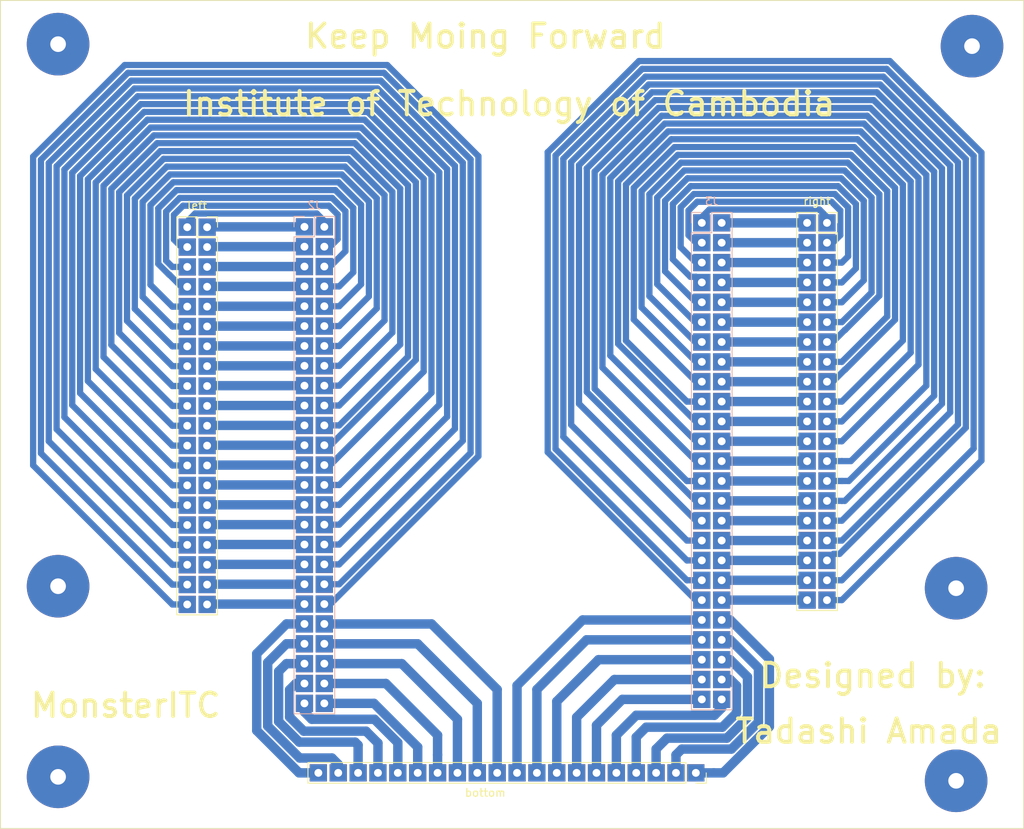
<source format=kicad_pcb>
(kicad_pcb (version 20171130) (host pcbnew "(5.1.2)-2")

  (general
    (thickness 1.6)
    (drawings 14)
    (tracks 527)
    (zones 0)
    (modules 5)
    (nets 101)
  )

  (page A4)
  (layers
    (0 F.Cu signal)
    (31 B.Cu signal)
    (32 B.Adhes user)
    (33 F.Adhes user)
    (34 B.Paste user)
    (35 F.Paste user)
    (36 B.SilkS user)
    (37 F.SilkS user)
    (38 B.Mask user)
    (39 F.Mask user)
    (40 Dwgs.User user)
    (41 Cmts.User user)
    (42 Eco1.User user)
    (43 Eco2.User user)
    (44 Edge.Cuts user)
    (45 Margin user)
    (46 B.CrtYd user)
    (47 F.CrtYd user)
    (48 B.Fab user)
    (49 F.Fab user)
  )

  (setup
    (last_trace_width 0.25)
    (user_trace_width 0.8)
    (user_trace_width 1.2)
    (trace_clearance 0.2)
    (zone_clearance 0.508)
    (zone_45_only no)
    (trace_min 0.2)
    (via_size 0.8)
    (via_drill 0.4)
    (via_min_size 0.4)
    (via_min_drill 0.3)
    (uvia_size 0.3)
    (uvia_drill 0.1)
    (uvias_allowed no)
    (uvia_min_size 0.2)
    (uvia_min_drill 0.1)
    (edge_width 0.05)
    (segment_width 0.2)
    (pcb_text_width 0.3)
    (pcb_text_size 1.5 1.5)
    (mod_edge_width 0.12)
    (mod_text_size 1 1)
    (mod_text_width 0.15)
    (pad_size 2.2 2.2)
    (pad_drill 1)
    (pad_to_mask_clearance 0.051)
    (solder_mask_min_width 0.25)
    (aux_axis_origin 0 0)
    (visible_elements 7FFFEFFF)
    (pcbplotparams
      (layerselection 0x010fc_ffffffff)
      (usegerberextensions false)
      (usegerberattributes false)
      (usegerberadvancedattributes false)
      (creategerberjobfile false)
      (excludeedgelayer true)
      (linewidth 0.100000)
      (plotframeref false)
      (viasonmask false)
      (mode 1)
      (useauxorigin false)
      (hpglpennumber 1)
      (hpglpenspeed 20)
      (hpglpendiameter 15.000000)
      (psnegative false)
      (psa4output false)
      (plotreference true)
      (plotvalue true)
      (plotinvisibletext false)
      (padsonsilk false)
      (subtractmaskfromsilk false)
      (outputformat 1)
      (mirror false)
      (drillshape 0)
      (scaleselection 1)
      (outputdirectory ""))
  )

  (net 0 "")
  (net 1 "Net-(J1-Pad1)")
  (net 2 21)
  (net 3 "Net-(J1-Pad3)")
  (net 4 22)
  (net 5 "Net-(J1-Pad5)")
  (net 6 23)
  (net 7 "Net-(J1-Pad7)")
  (net 8 24)
  (net 9 "Net-(J1-Pad9)")
  (net 10 25)
  (net 11 "Net-(J1-Pad11)")
  (net 12 26)
  (net 13 "Net-(J1-Pad13)")
  (net 14 27)
  (net 15 "Net-(J1-Pad15)")
  (net 16 28)
  (net 17 "Net-(J1-Pad17)")
  (net 18 29)
  (net 19 "Net-(J1-Pad19)")
  (net 20 30)
  (net 21 "Net-(J1-Pad21)")
  (net 22 31)
  (net 23 "Net-(J1-Pad23)")
  (net 24 32)
  (net 25 "Net-(J1-Pad25)")
  (net 26 33)
  (net 27 "Net-(J1-Pad27)")
  (net 28 34)
  (net 29 "Net-(J1-Pad29)")
  (net 30 35)
  (net 31 "Net-(J1-Pad31)")
  (net 32 36)
  (net 33 "Net-(J1-Pad33)")
  (net 34 37)
  (net 35 "Net-(J1-Pad35)")
  (net 36 38)
  (net 37 "Net-(J1-Pad37)")
  (net 38 39)
  (net 39 "Net-(J1-Pad39)")
  (net 40 40)
  (net 41 "Net-(J3-Pad2)")
  (net 42 "Net-(J3-Pad4)")
  (net 43 "Net-(J3-Pad6)")
  (net 44 "Net-(J3-Pad8)")
  (net 45 "Net-(J3-Pad10)")
  (net 46 "Net-(J3-Pad12)")
  (net 47 "Net-(J3-Pad14)")
  (net 48 "Net-(J3-Pad16)")
  (net 49 "Net-(J3-Pad18)")
  (net 50 "Net-(J3-Pad20)")
  (net 51 20)
  (net 52 19)
  (net 53 18)
  (net 54 17)
  (net 55 16)
  (net 56 15)
  (net 57 14)
  (net 58 13)
  (net 59 12)
  (net 60 11)
  (net 61 10)
  (net 62 9)
  (net 63 8)
  (net 64 7)
  (net 65 6)
  (net 66 5)
  (net 67 4)
  (net 68 3)
  (net 69 2)
  (net 70 1)
  (net 71 "Net-(J2-Pad41)")
  (net 72 "Net-(J2-Pad42)")
  (net 73 "Net-(J2-Pad43)")
  (net 74 "Net-(J2-Pad44)")
  (net 75 "Net-(J2-Pad45)")
  (net 76 "Net-(J2-Pad46)")
  (net 77 "Net-(J2-Pad47)")
  (net 78 "Net-(J2-Pad48)")
  (net 79 "Net-(J2-Pad49)")
  (net 80 "Net-(J2-Pad50)")
  (net 81 "Net-(J3-Pad50)")
  (net 82 "Net-(J3-Pad49)")
  (net 83 "Net-(J3-Pad48)")
  (net 84 "Net-(J3-Pad47)")
  (net 85 "Net-(J3-Pad46)")
  (net 86 "Net-(J3-Pad45)")
  (net 87 "Net-(J3-Pad44)")
  (net 88 "Net-(J3-Pad43)")
  (net 89 "Net-(J3-Pad42)")
  (net 90 "Net-(J3-Pad41)")
  (net 91 "Net-(J3-Pad40)")
  (net 92 "Net-(J3-Pad38)")
  (net 93 "Net-(J3-Pad36)")
  (net 94 "Net-(J3-Pad34)")
  (net 95 "Net-(J3-Pad32)")
  (net 96 "Net-(J3-Pad30)")
  (net 97 "Net-(J3-Pad28)")
  (net 98 "Net-(J3-Pad26)")
  (net 99 "Net-(J3-Pad24)")
  (net 100 "Net-(J3-Pad22)")

  (net_class Default "This is the default net class."
    (clearance 0.2)
    (trace_width 0.25)
    (via_dia 0.8)
    (via_drill 0.4)
    (uvia_dia 0.3)
    (uvia_drill 0.1)
    (add_net 1)
    (add_net 10)
    (add_net 11)
    (add_net 12)
    (add_net 13)
    (add_net 14)
    (add_net 15)
    (add_net 16)
    (add_net 17)
    (add_net 18)
    (add_net 19)
    (add_net 2)
    (add_net 20)
    (add_net 21)
    (add_net 22)
    (add_net 23)
    (add_net 24)
    (add_net 25)
    (add_net 26)
    (add_net 27)
    (add_net 28)
    (add_net 29)
    (add_net 3)
    (add_net 30)
    (add_net 31)
    (add_net 32)
    (add_net 33)
    (add_net 34)
    (add_net 35)
    (add_net 36)
    (add_net 37)
    (add_net 38)
    (add_net 39)
    (add_net 4)
    (add_net 40)
    (add_net 5)
    (add_net 6)
    (add_net 7)
    (add_net 8)
    (add_net 9)
    (add_net "Net-(J1-Pad1)")
    (add_net "Net-(J1-Pad11)")
    (add_net "Net-(J1-Pad13)")
    (add_net "Net-(J1-Pad15)")
    (add_net "Net-(J1-Pad17)")
    (add_net "Net-(J1-Pad19)")
    (add_net "Net-(J1-Pad21)")
    (add_net "Net-(J1-Pad23)")
    (add_net "Net-(J1-Pad25)")
    (add_net "Net-(J1-Pad27)")
    (add_net "Net-(J1-Pad29)")
    (add_net "Net-(J1-Pad3)")
    (add_net "Net-(J1-Pad31)")
    (add_net "Net-(J1-Pad33)")
    (add_net "Net-(J1-Pad35)")
    (add_net "Net-(J1-Pad37)")
    (add_net "Net-(J1-Pad39)")
    (add_net "Net-(J1-Pad5)")
    (add_net "Net-(J1-Pad7)")
    (add_net "Net-(J1-Pad9)")
    (add_net "Net-(J2-Pad41)")
    (add_net "Net-(J2-Pad42)")
    (add_net "Net-(J2-Pad43)")
    (add_net "Net-(J2-Pad44)")
    (add_net "Net-(J2-Pad45)")
    (add_net "Net-(J2-Pad46)")
    (add_net "Net-(J2-Pad47)")
    (add_net "Net-(J2-Pad48)")
    (add_net "Net-(J2-Pad49)")
    (add_net "Net-(J2-Pad50)")
    (add_net "Net-(J3-Pad10)")
    (add_net "Net-(J3-Pad12)")
    (add_net "Net-(J3-Pad14)")
    (add_net "Net-(J3-Pad16)")
    (add_net "Net-(J3-Pad18)")
    (add_net "Net-(J3-Pad2)")
    (add_net "Net-(J3-Pad20)")
    (add_net "Net-(J3-Pad22)")
    (add_net "Net-(J3-Pad24)")
    (add_net "Net-(J3-Pad26)")
    (add_net "Net-(J3-Pad28)")
    (add_net "Net-(J3-Pad30)")
    (add_net "Net-(J3-Pad32)")
    (add_net "Net-(J3-Pad34)")
    (add_net "Net-(J3-Pad36)")
    (add_net "Net-(J3-Pad38)")
    (add_net "Net-(J3-Pad4)")
    (add_net "Net-(J3-Pad40)")
    (add_net "Net-(J3-Pad41)")
    (add_net "Net-(J3-Pad42)")
    (add_net "Net-(J3-Pad43)")
    (add_net "Net-(J3-Pad44)")
    (add_net "Net-(J3-Pad45)")
    (add_net "Net-(J3-Pad46)")
    (add_net "Net-(J3-Pad47)")
    (add_net "Net-(J3-Pad48)")
    (add_net "Net-(J3-Pad49)")
    (add_net "Net-(J3-Pad50)")
    (add_net "Net-(J3-Pad6)")
    (add_net "Net-(J3-Pad8)")
  )

  (module Connector_PinSocket_2.54mm:PinSocket_2x25_P2.54mm_Vertical (layer B.Cu) (tedit 5EBBD617) (tstamp 5EBC3986)
    (at 149.352 67.31 180)
    (descr "Through hole straight socket strip, 2x25, 2.54mm pitch, double cols (from Kicad 4.0.7), script generated")
    (tags "Through hole socket strip THT 2x25 2.54mm double row")
    (path /5EC45C11)
    (fp_text reference J3 (at -1.27 2.77) (layer B.SilkS)
      (effects (font (size 1 1) (thickness 0.15)) (justify mirror))
    )
    (fp_text value Conn_02x25_Odd_Even (at -10.414 -65.532 180) (layer B.Fab)
      (effects (font (size 1 1) (thickness 0.15)) (justify mirror))
    )
    (fp_text user %R (at -1.27 -30.48 270) (layer B.Fab)
      (effects (font (size 1 1) (thickness 0.15)) (justify mirror))
    )
    (fp_line (start -4.34 -62.7) (end -4.34 1.8) (layer B.CrtYd) (width 0.05))
    (fp_line (start 1.76 -62.7) (end -4.34 -62.7) (layer B.CrtYd) (width 0.05))
    (fp_line (start 1.76 1.8) (end 1.76 -62.7) (layer B.CrtYd) (width 0.05))
    (fp_line (start -4.34 1.8) (end 1.76 1.8) (layer B.CrtYd) (width 0.05))
    (fp_line (start 0 1.33) (end 1.33 1.33) (layer B.SilkS) (width 0.12))
    (fp_line (start 1.33 1.33) (end 1.33 0) (layer B.SilkS) (width 0.12))
    (fp_line (start -1.27 1.33) (end -1.27 -1.27) (layer B.SilkS) (width 0.12))
    (fp_line (start -1.27 -1.27) (end 1.33 -1.27) (layer B.SilkS) (width 0.12))
    (fp_line (start 1.33 -1.27) (end 1.33 -62.29) (layer B.SilkS) (width 0.12))
    (fp_line (start -3.87 -62.29) (end 1.33 -62.29) (layer B.SilkS) (width 0.12))
    (fp_line (start -3.87 1.33) (end -3.87 -62.29) (layer B.SilkS) (width 0.12))
    (fp_line (start -3.87 1.33) (end -1.27 1.33) (layer B.SilkS) (width 0.12))
    (fp_line (start -3.81 -62.23) (end -3.81 1.27) (layer B.Fab) (width 0.1))
    (fp_line (start 1.27 -62.23) (end -3.81 -62.23) (layer B.Fab) (width 0.1))
    (fp_line (start 1.27 0.27) (end 1.27 -62.23) (layer B.Fab) (width 0.1))
    (fp_line (start 0.27 1.27) (end 1.27 0.27) (layer B.Fab) (width 0.1))
    (fp_line (start -3.81 1.27) (end 0.27 1.27) (layer B.Fab) (width 0.1))
    (pad 50 thru_hole rect (at -2.54 -60.96 180) (size 2.2 2.2) (drill 1) (layers *.Cu *.Mask)
      (net 81 "Net-(J3-Pad50)"))
    (pad 49 thru_hole rect (at 0 -60.96 180) (size 2.2 2.2) (drill 1) (layers *.Cu *.Mask)
      (net 82 "Net-(J3-Pad49)"))
    (pad 48 thru_hole rect (at -2.54 -58.42 180) (size 2.2 2.2) (drill 1) (layers *.Cu *.Mask)
      (net 83 "Net-(J3-Pad48)"))
    (pad 47 thru_hole rect (at 0 -58.42 180) (size 2.2 2.2) (drill 1) (layers *.Cu *.Mask)
      (net 84 "Net-(J3-Pad47)"))
    (pad 46 thru_hole rect (at -2.54 -55.88 180) (size 2.2 2.2) (drill 1) (layers *.Cu *.Mask)
      (net 85 "Net-(J3-Pad46)"))
    (pad 45 thru_hole rect (at 0 -55.88 180) (size 2.2 2.2) (drill 1) (layers *.Cu *.Mask)
      (net 86 "Net-(J3-Pad45)"))
    (pad 44 thru_hole rect (at -2.54 -53.34 180) (size 2.2 2.2) (drill 1) (layers *.Cu *.Mask)
      (net 87 "Net-(J3-Pad44)"))
    (pad 43 thru_hole rect (at 0 -53.34 180) (size 2.2 2.2) (drill 1) (layers *.Cu *.Mask)
      (net 88 "Net-(J3-Pad43)"))
    (pad 42 thru_hole rect (at -2.54 -50.8 180) (size 2.2 2.2) (drill 1) (layers *.Cu *.Mask)
      (net 89 "Net-(J3-Pad42)"))
    (pad 41 thru_hole rect (at 0 -50.8 180) (size 2.2 2.2) (drill 1) (layers *.Cu *.Mask)
      (net 90 "Net-(J3-Pad41)"))
    (pad 40 thru_hole rect (at -2.54 -48.26 180) (size 2.2 2.2) (drill 1) (layers *.Cu *.Mask)
      (net 91 "Net-(J3-Pad40)"))
    (pad 39 thru_hole rect (at 0 -48.26 180) (size 2.2 2.2) (drill 1) (layers *.Cu *.Mask)
      (net 51 20))
    (pad 38 thru_hole rect (at -2.54 -45.72 180) (size 2.2 2.2) (drill 1) (layers *.Cu *.Mask)
      (net 92 "Net-(J3-Pad38)"))
    (pad 37 thru_hole rect (at 0 -45.72 180) (size 2.2 2.2) (drill 1) (layers *.Cu *.Mask)
      (net 52 19))
    (pad 36 thru_hole rect (at -2.54 -43.18 180) (size 2.2 2.2) (drill 1) (layers *.Cu *.Mask)
      (net 93 "Net-(J3-Pad36)"))
    (pad 35 thru_hole rect (at 0 -43.18 180) (size 2.2 2.2) (drill 1) (layers *.Cu *.Mask)
      (net 53 18))
    (pad 34 thru_hole rect (at -2.54 -40.64 180) (size 2.2 2.2) (drill 1) (layers *.Cu *.Mask)
      (net 94 "Net-(J3-Pad34)"))
    (pad 33 thru_hole rect (at 0 -40.64 180) (size 2.2 2.2) (drill 1) (layers *.Cu *.Mask)
      (net 54 17))
    (pad 32 thru_hole rect (at -2.54 -38.1 180) (size 2.2 2.2) (drill 1) (layers *.Cu *.Mask)
      (net 95 "Net-(J3-Pad32)"))
    (pad 31 thru_hole rect (at 0 -38.1 180) (size 2.2 2.2) (drill 1) (layers *.Cu *.Mask)
      (net 55 16))
    (pad 30 thru_hole rect (at -2.54 -35.56 180) (size 2.2 2.2) (drill 1) (layers *.Cu *.Mask)
      (net 96 "Net-(J3-Pad30)"))
    (pad 29 thru_hole rect (at 0 -35.56 180) (size 2.2 2.2) (drill 1) (layers *.Cu *.Mask)
      (net 56 15))
    (pad 28 thru_hole rect (at -2.54 -33.02 180) (size 2.2 2.2) (drill 1) (layers *.Cu *.Mask)
      (net 97 "Net-(J3-Pad28)"))
    (pad 27 thru_hole rect (at 0 -33.02 180) (size 2.2 2.2) (drill 1) (layers *.Cu *.Mask)
      (net 57 14))
    (pad 26 thru_hole rect (at -2.54 -30.48 180) (size 2.2 2.2) (drill 1) (layers *.Cu *.Mask)
      (net 98 "Net-(J3-Pad26)"))
    (pad 25 thru_hole rect (at 0 -30.48 180) (size 2.2 2.2) (drill 1) (layers *.Cu *.Mask)
      (net 58 13))
    (pad 24 thru_hole rect (at -2.54 -27.94 180) (size 2.2 2.2) (drill 1) (layers *.Cu *.Mask)
      (net 99 "Net-(J3-Pad24)"))
    (pad 23 thru_hole rect (at 0 -27.94 180) (size 2.2 2.2) (drill 1) (layers *.Cu *.Mask)
      (net 59 12))
    (pad 22 thru_hole rect (at -2.54 -25.4 180) (size 2.2 2.2) (drill 1) (layers *.Cu *.Mask)
      (net 100 "Net-(J3-Pad22)"))
    (pad 21 thru_hole rect (at 0 -25.4 180) (size 2.2 2.2) (drill 1) (layers *.Cu *.Mask)
      (net 60 11))
    (pad 20 thru_hole rect (at -2.54 -22.86 180) (size 2.2 2.2) (drill 1) (layers *.Cu *.Mask)
      (net 50 "Net-(J3-Pad20)"))
    (pad 19 thru_hole rect (at 0 -22.86 180) (size 2.2 2.2) (drill 1) (layers *.Cu *.Mask)
      (net 61 10))
    (pad 18 thru_hole rect (at -2.54 -20.32 180) (size 2.2 2.2) (drill 1) (layers *.Cu *.Mask)
      (net 49 "Net-(J3-Pad18)"))
    (pad 17 thru_hole rect (at 0 -20.32 180) (size 2.2 2.2) (drill 1) (layers *.Cu *.Mask)
      (net 62 9))
    (pad 16 thru_hole rect (at -2.54 -17.78 180) (size 2.2 2.2) (drill 1) (layers *.Cu *.Mask)
      (net 48 "Net-(J3-Pad16)"))
    (pad 15 thru_hole rect (at 0 -17.78 180) (size 2.2 2.2) (drill 1) (layers *.Cu *.Mask)
      (net 63 8))
    (pad 14 thru_hole rect (at -2.54 -15.24 180) (size 2.2 2.2) (drill 1) (layers *.Cu *.Mask)
      (net 47 "Net-(J3-Pad14)"))
    (pad 13 thru_hole rect (at 0 -15.24 180) (size 2.2 2.2) (drill 1) (layers *.Cu *.Mask)
      (net 64 7))
    (pad 12 thru_hole rect (at -2.54 -12.7 180) (size 2.2 2.2) (drill 1) (layers *.Cu *.Mask)
      (net 46 "Net-(J3-Pad12)"))
    (pad 11 thru_hole rect (at 0 -12.7 180) (size 2.2 2.2) (drill 1) (layers *.Cu *.Mask)
      (net 65 6))
    (pad 10 thru_hole rect (at -2.54 -10.16 180) (size 2.2 2.2) (drill 1) (layers *.Cu *.Mask)
      (net 45 "Net-(J3-Pad10)"))
    (pad 9 thru_hole rect (at 0 -10.16 180) (size 2.2 2.2) (drill 1) (layers *.Cu *.Mask)
      (net 66 5))
    (pad 8 thru_hole rect (at -2.54 -7.62 180) (size 2.2 2.2) (drill 1) (layers *.Cu *.Mask)
      (net 44 "Net-(J3-Pad8)"))
    (pad 7 thru_hole rect (at 0 -7.62 180) (size 2.2 2.2) (drill 1) (layers *.Cu *.Mask)
      (net 67 4))
    (pad 6 thru_hole rect (at -2.54 -5.08 180) (size 2.2 2.2) (drill 1) (layers *.Cu *.Mask)
      (net 43 "Net-(J3-Pad6)"))
    (pad 5 thru_hole rect (at 0 -5.08 180) (size 2.2 2.2) (drill 1) (layers *.Cu *.Mask)
      (net 68 3))
    (pad 4 thru_hole rect (at -2.54 -2.54 180) (size 2.2 2.2) (drill 1) (layers *.Cu *.Mask)
      (net 42 "Net-(J3-Pad4)"))
    (pad 3 thru_hole rect (at 0 -2.54 180) (size 2.2 2.2) (drill 1) (layers *.Cu *.Mask)
      (net 69 2))
    (pad 2 thru_hole rect (at -2.54 0 180) (size 2.2 2.2) (drill 1) (layers *.Cu *.Mask)
      (net 41 "Net-(J3-Pad2)"))
    (pad 1 thru_hole rect (at 0 0 180) (size 2.2 2.2) (drill 1) (layers *.Cu *.Mask)
      (net 70 1))
    (model ${KISYS3DMOD}/Connector_PinSocket_2.54mm.3dshapes/PinSocket_2x25_P2.54mm_Vertical.wrl
      (at (xyz 0 0 0))
      (scale (xyz 1 1 1))
      (rotate (xyz 0 0 0))
    )
  )

  (module Connector_PinSocket_2.54mm:PinSocket_2x25_P2.54mm_Vertical (layer B.Cu) (tedit 5A19A421) (tstamp 5EBCA453)
    (at 98.552 67.818 180)
    (descr "Through hole straight socket strip, 2x25, 2.54mm pitch, double cols (from Kicad 4.0.7), script generated")
    (tags "Through hole socket strip THT 2x25 2.54mm double row")
    (path /5EC42215)
    (fp_text reference J2 (at -1.27 2.77) (layer B.SilkS)
      (effects (font (size 1 1) (thickness 0.15)) (justify mirror))
    )
    (fp_text value Conn_02x25_Odd_Even (at -1.27 -63.73) (layer B.Fab)
      (effects (font (size 1 1) (thickness 0.15)) (justify mirror))
    )
    (fp_line (start -3.81 1.27) (end 0.27 1.27) (layer B.Fab) (width 0.1))
    (fp_line (start 0.27 1.27) (end 1.27 0.27) (layer B.Fab) (width 0.1))
    (fp_line (start 1.27 0.27) (end 1.27 -62.23) (layer B.Fab) (width 0.1))
    (fp_line (start 1.27 -62.23) (end -3.81 -62.23) (layer B.Fab) (width 0.1))
    (fp_line (start -3.81 -62.23) (end -3.81 1.27) (layer B.Fab) (width 0.1))
    (fp_line (start -3.87 1.33) (end -1.27 1.33) (layer B.SilkS) (width 0.12))
    (fp_line (start -3.87 1.33) (end -3.87 -62.29) (layer B.SilkS) (width 0.12))
    (fp_line (start -3.87 -62.29) (end 1.33 -62.29) (layer B.SilkS) (width 0.12))
    (fp_line (start 1.33 -1.27) (end 1.33 -62.29) (layer B.SilkS) (width 0.12))
    (fp_line (start -1.27 -1.27) (end 1.33 -1.27) (layer B.SilkS) (width 0.12))
    (fp_line (start -1.27 1.33) (end -1.27 -1.27) (layer B.SilkS) (width 0.12))
    (fp_line (start 1.33 1.33) (end 1.33 0) (layer B.SilkS) (width 0.12))
    (fp_line (start 0 1.33) (end 1.33 1.33) (layer B.SilkS) (width 0.12))
    (fp_line (start -4.34 1.8) (end 1.76 1.8) (layer B.CrtYd) (width 0.05))
    (fp_line (start 1.76 1.8) (end 1.76 -62.7) (layer B.CrtYd) (width 0.05))
    (fp_line (start 1.76 -62.7) (end -4.34 -62.7) (layer B.CrtYd) (width 0.05))
    (fp_line (start -4.34 -62.7) (end -4.34 1.8) (layer B.CrtYd) (width 0.05))
    (fp_text user %R (at -1.27 -30.48 270) (layer B.Fab)
      (effects (font (size 1 1) (thickness 0.15)) (justify mirror))
    )
    (pad 1 thru_hole rect (at 0 0 180) (size 2.2 2.2) (drill 1) (layers *.Cu *.Mask)
      (net 1 "Net-(J1-Pad1)"))
    (pad 2 thru_hole rect (at -2.54 0 180) (size 2.2 2.2) (drill 1) (layers *.Cu *.Mask)
      (net 2 21))
    (pad 3 thru_hole rect (at 0 -2.54 180) (size 2.2 2.2) (drill 1) (layers *.Cu *.Mask)
      (net 3 "Net-(J1-Pad3)"))
    (pad 4 thru_hole rect (at -2.54 -2.54 180) (size 2.2 2.2) (drill 1) (layers *.Cu *.Mask)
      (net 4 22))
    (pad 5 thru_hole rect (at 0 -5.08 180) (size 2.2 2.2) (drill 1) (layers *.Cu *.Mask)
      (net 5 "Net-(J1-Pad5)"))
    (pad 6 thru_hole rect (at -2.54 -5.08 180) (size 2.2 2.2) (drill 1) (layers *.Cu *.Mask)
      (net 6 23))
    (pad 7 thru_hole rect (at 0 -7.62 180) (size 2.2 2.2) (drill 1) (layers *.Cu *.Mask)
      (net 7 "Net-(J1-Pad7)"))
    (pad 8 thru_hole rect (at -2.54 -7.62 180) (size 2.2 2.2) (drill 1) (layers *.Cu *.Mask)
      (net 8 24))
    (pad 9 thru_hole rect (at 0 -10.16 180) (size 2.2 2.2) (drill 1) (layers *.Cu *.Mask)
      (net 9 "Net-(J1-Pad9)"))
    (pad 10 thru_hole rect (at -2.54 -10.16 180) (size 2.2 2.2) (drill 1) (layers *.Cu *.Mask)
      (net 10 25))
    (pad 11 thru_hole rect (at 0 -12.7 180) (size 2.2 2.2) (drill 1) (layers *.Cu *.Mask)
      (net 11 "Net-(J1-Pad11)"))
    (pad 12 thru_hole rect (at -2.54 -12.7 180) (size 2.2 2.2) (drill 1) (layers *.Cu *.Mask)
      (net 12 26))
    (pad 13 thru_hole rect (at 0 -15.24 180) (size 2.2 2.2) (drill 1) (layers *.Cu *.Mask)
      (net 13 "Net-(J1-Pad13)"))
    (pad 14 thru_hole rect (at -2.54 -15.24 180) (size 2.2 2.2) (drill 1) (layers *.Cu *.Mask)
      (net 14 27))
    (pad 15 thru_hole rect (at 0 -17.78 180) (size 2.2 2.2) (drill 1) (layers *.Cu *.Mask)
      (net 15 "Net-(J1-Pad15)"))
    (pad 16 thru_hole rect (at -2.54 -17.78 180) (size 2.2 2.2) (drill 1) (layers *.Cu *.Mask)
      (net 16 28))
    (pad 17 thru_hole rect (at 0 -20.32 180) (size 2.2 2.2) (drill 1) (layers *.Cu *.Mask)
      (net 17 "Net-(J1-Pad17)"))
    (pad 18 thru_hole rect (at -2.54 -20.32 180) (size 2.2 2.2) (drill 1) (layers *.Cu *.Mask)
      (net 18 29))
    (pad 19 thru_hole rect (at 0 -22.86 180) (size 2.2 2.2) (drill 1) (layers *.Cu *.Mask)
      (net 19 "Net-(J1-Pad19)"))
    (pad 20 thru_hole rect (at -2.54 -22.86 180) (size 2.2 2.2) (drill 1) (layers *.Cu *.Mask)
      (net 20 30))
    (pad 21 thru_hole rect (at 0 -25.4 180) (size 2.2 2.2) (drill 1) (layers *.Cu *.Mask)
      (net 21 "Net-(J1-Pad21)"))
    (pad 22 thru_hole rect (at -2.54 -25.4 180) (size 2.2 2.2) (drill 1) (layers *.Cu *.Mask)
      (net 22 31))
    (pad 23 thru_hole rect (at 0 -27.94 180) (size 2.2 2.2) (drill 1) (layers *.Cu *.Mask)
      (net 23 "Net-(J1-Pad23)"))
    (pad 24 thru_hole rect (at -2.54 -27.94 180) (size 2.2 2.2) (drill 1) (layers *.Cu *.Mask)
      (net 24 32))
    (pad 25 thru_hole rect (at 0 -30.48 180) (size 2.2 2.2) (drill 1) (layers *.Cu *.Mask)
      (net 25 "Net-(J1-Pad25)"))
    (pad 26 thru_hole rect (at -2.54 -30.48 180) (size 2.2 2.2) (drill 1) (layers *.Cu *.Mask)
      (net 26 33))
    (pad 27 thru_hole rect (at 0 -33.02 180) (size 2.2 2.2) (drill 1) (layers *.Cu *.Mask)
      (net 27 "Net-(J1-Pad27)"))
    (pad 28 thru_hole rect (at -2.54 -33.02 180) (size 2.2 2.2) (drill 1) (layers *.Cu *.Mask)
      (net 28 34))
    (pad 29 thru_hole rect (at 0 -35.56 180) (size 2.2 2.2) (drill 1) (layers *.Cu *.Mask)
      (net 29 "Net-(J1-Pad29)"))
    (pad 30 thru_hole rect (at -2.54 -35.56 180) (size 2.2 2.2) (drill 1) (layers *.Cu *.Mask)
      (net 30 35))
    (pad 31 thru_hole rect (at 0 -38.1 180) (size 2.2 2.2) (drill 1) (layers *.Cu *.Mask)
      (net 31 "Net-(J1-Pad31)"))
    (pad 32 thru_hole rect (at -2.54 -38.1 180) (size 2.2 2.2) (drill 1) (layers *.Cu *.Mask)
      (net 32 36))
    (pad 33 thru_hole rect (at 0 -40.64 180) (size 2.2 2.2) (drill 1) (layers *.Cu *.Mask)
      (net 33 "Net-(J1-Pad33)"))
    (pad 34 thru_hole rect (at -2.54 -40.64 180) (size 2.2 2.2) (drill 1) (layers *.Cu *.Mask)
      (net 34 37))
    (pad 35 thru_hole rect (at 0 -43.18 180) (size 2.2 2.2) (drill 1) (layers *.Cu *.Mask)
      (net 35 "Net-(J1-Pad35)"))
    (pad 36 thru_hole rect (at -2.54 -43.18 180) (size 2.2 2.2) (drill 1) (layers *.Cu *.Mask)
      (net 36 38))
    (pad 37 thru_hole rect (at 0 -45.72 180) (size 2.2 2.2) (drill 1) (layers *.Cu *.Mask)
      (net 37 "Net-(J1-Pad37)"))
    (pad 38 thru_hole rect (at -2.54 -45.72 180) (size 2.2 2.2) (drill 1) (layers *.Cu *.Mask)
      (net 38 39))
    (pad 39 thru_hole rect (at 0 -48.26 180) (size 2.2 2.2) (drill 1) (layers *.Cu *.Mask)
      (net 39 "Net-(J1-Pad39)"))
    (pad 40 thru_hole rect (at -2.54 -48.26 180) (size 2.2 2.2) (drill 1) (layers *.Cu *.Mask)
      (net 40 40))
    (pad 41 thru_hole rect (at 0 -50.8 180) (size 2.2 2.2) (drill 1) (layers *.Cu *.Mask)
      (net 71 "Net-(J2-Pad41)"))
    (pad 42 thru_hole rect (at -2.54 -50.8 180) (size 2.2 2.2) (drill 1) (layers *.Cu *.Mask)
      (net 72 "Net-(J2-Pad42)"))
    (pad 43 thru_hole rect (at 0 -53.34 180) (size 2.2 2.2) (drill 1) (layers *.Cu *.Mask)
      (net 73 "Net-(J2-Pad43)"))
    (pad 44 thru_hole rect (at -2.54 -53.34 180) (size 2.2 2.2) (drill 1) (layers *.Cu *.Mask)
      (net 74 "Net-(J2-Pad44)"))
    (pad 45 thru_hole rect (at 0 -55.88 180) (size 2.2 2.2) (drill 1) (layers *.Cu *.Mask)
      (net 75 "Net-(J2-Pad45)"))
    (pad 46 thru_hole rect (at -2.54 -55.88 180) (size 2.2 2.2) (drill 1) (layers *.Cu *.Mask)
      (net 76 "Net-(J2-Pad46)"))
    (pad 47 thru_hole rect (at 0 -58.42 180) (size 2.2 2.2) (drill 1) (layers *.Cu *.Mask)
      (net 77 "Net-(J2-Pad47)"))
    (pad 48 thru_hole rect (at -2.54 -58.42 180) (size 2.2 2.2) (drill 1) (layers *.Cu *.Mask)
      (net 78 "Net-(J2-Pad48)"))
    (pad 49 thru_hole rect (at 0 -60.96 180) (size 2.2 2.2) (drill 1) (layers *.Cu *.Mask)
      (net 79 "Net-(J2-Pad49)"))
    (pad 50 thru_hole rect (at -2.54 -60.96 180) (size 2.2 2.2) (drill 1) (layers *.Cu *.Mask)
      (net 80 "Net-(J2-Pad50)"))
    (model ${KISYS3DMOD}/Connector_PinSocket_2.54mm.3dshapes/PinSocket_2x25_P2.54mm_Vertical.wrl
      (at (xyz 0 0 0))
      (scale (xyz 1 1 1))
      (rotate (xyz 0 0 0))
    )
  )

  (module Connector_PinSocket_2.54mm:PinSocket_1x20_P2.54mm_Vertical (layer F.Cu) (tedit 5A19A41E) (tstamp 5EBC1DC3)
    (at 148.59 137.668 270)
    (descr "Through hole straight socket strip, 1x20, 2.54mm pitch, single row (from Kicad 4.0.7), script generated")
    (tags "Through hole socket strip THT 1x20 2.54mm single row")
    (path /5EBF1F42)
    (fp_text reference bottom (at 2.54 26.924 180) (layer F.SilkS)
      (effects (font (size 1 1) (thickness 0.15)))
    )
    (fp_text value bottom (at 0 51.03 90) (layer F.Fab)
      (effects (font (size 1 1) (thickness 0.15)))
    )
    (fp_text user %R (at 0 24.13) (layer F.Fab)
      (effects (font (size 1 1) (thickness 0.15)))
    )
    (fp_line (start -1.8 50) (end -1.8 -1.8) (layer F.CrtYd) (width 0.05))
    (fp_line (start 1.75 50) (end -1.8 50) (layer F.CrtYd) (width 0.05))
    (fp_line (start 1.75 -1.8) (end 1.75 50) (layer F.CrtYd) (width 0.05))
    (fp_line (start -1.8 -1.8) (end 1.75 -1.8) (layer F.CrtYd) (width 0.05))
    (fp_line (start 0 -1.33) (end 1.33 -1.33) (layer F.SilkS) (width 0.12))
    (fp_line (start 1.33 -1.33) (end 1.33 0) (layer F.SilkS) (width 0.12))
    (fp_line (start 1.33 1.27) (end 1.33 49.59) (layer F.SilkS) (width 0.12))
    (fp_line (start -1.33 49.59) (end 1.33 49.59) (layer F.SilkS) (width 0.12))
    (fp_line (start -1.33 1.27) (end -1.33 49.59) (layer F.SilkS) (width 0.12))
    (fp_line (start -1.33 1.27) (end 1.33 1.27) (layer F.SilkS) (width 0.12))
    (fp_line (start -1.27 49.53) (end -1.27 -1.27) (layer F.Fab) (width 0.1))
    (fp_line (start 1.27 49.53) (end -1.27 49.53) (layer F.Fab) (width 0.1))
    (fp_line (start 1.27 -0.635) (end 1.27 49.53) (layer F.Fab) (width 0.1))
    (fp_line (start 0.635 -1.27) (end 1.27 -0.635) (layer F.Fab) (width 0.1))
    (fp_line (start -1.27 -1.27) (end 0.635 -1.27) (layer F.Fab) (width 0.1))
    (pad 20 thru_hole rect (at 0 48.26 270) (size 2.2 2.2) (drill 1) (layers *.Cu *.Mask)
      (net 71 "Net-(J2-Pad41)"))
    (pad 19 thru_hole rect (at 0 45.72 270) (size 2.2 2.2) (drill 1) (layers *.Cu *.Mask)
      (net 73 "Net-(J2-Pad43)"))
    (pad 18 thru_hole rect (at 0 43.18 270) (size 2.2 2.2) (drill 1) (layers *.Cu *.Mask)
      (net 75 "Net-(J2-Pad45)"))
    (pad 17 thru_hole rect (at 0 40.64 270) (size 2.2 2.2) (drill 1) (layers *.Cu *.Mask)
      (net 77 "Net-(J2-Pad47)"))
    (pad 16 thru_hole rect (at 0 38.1 270) (size 2.2 2.2) (drill 1) (layers *.Cu *.Mask)
      (net 79 "Net-(J2-Pad49)"))
    (pad 15 thru_hole rect (at 0 35.56 270) (size 2.2 2.2) (drill 1) (layers *.Cu *.Mask)
      (net 80 "Net-(J2-Pad50)"))
    (pad 14 thru_hole rect (at 0 33.02 270) (size 2.2 2.2) (drill 1) (layers *.Cu *.Mask)
      (net 78 "Net-(J2-Pad48)"))
    (pad 13 thru_hole rect (at 0 30.48 270) (size 2.2 2.2) (drill 1) (layers *.Cu *.Mask)
      (net 76 "Net-(J2-Pad46)"))
    (pad 12 thru_hole rect (at 0 27.94 270) (size 2.2 2.2) (drill 1) (layers *.Cu *.Mask)
      (net 74 "Net-(J2-Pad44)"))
    (pad 11 thru_hole rect (at 0 25.4 270) (size 2.2 2.2) (drill 1) (layers *.Cu *.Mask)
      (net 72 "Net-(J2-Pad42)"))
    (pad 10 thru_hole rect (at 0 22.86 270) (size 2.2 2.2) (drill 1) (layers *.Cu *.Mask)
      (net 90 "Net-(J3-Pad41)"))
    (pad 9 thru_hole rect (at 0 20.32 270) (size 2.2 2.2) (drill 1) (layers *.Cu *.Mask)
      (net 88 "Net-(J3-Pad43)"))
    (pad 8 thru_hole rect (at 0 17.78 270) (size 2.2 2.2) (drill 1) (layers *.Cu *.Mask)
      (net 86 "Net-(J3-Pad45)"))
    (pad 7 thru_hole rect (at 0 15.24 270) (size 2.2 2.2) (drill 1) (layers *.Cu *.Mask)
      (net 84 "Net-(J3-Pad47)"))
    (pad 6 thru_hole rect (at 0 12.7 270) (size 2.2 2.2) (drill 1) (layers *.Cu *.Mask)
      (net 82 "Net-(J3-Pad49)"))
    (pad 5 thru_hole rect (at 0 10.16 270) (size 2.2 2.2) (drill 1) (layers *.Cu *.Mask)
      (net 81 "Net-(J3-Pad50)"))
    (pad 4 thru_hole rect (at 0 7.62 270) (size 2.2 2.2) (drill 1) (layers *.Cu *.Mask)
      (net 83 "Net-(J3-Pad48)"))
    (pad 3 thru_hole rect (at 0 5.08 270) (size 2.2 2.2) (drill 1) (layers *.Cu *.Mask)
      (net 85 "Net-(J3-Pad46)"))
    (pad 2 thru_hole rect (at 0 2.54 270) (size 2.2 2.2) (drill 1) (layers *.Cu *.Mask)
      (net 87 "Net-(J3-Pad44)"))
    (pad 1 thru_hole rect (at 0 0 270) (size 2.2 2.2) (drill 1) (layers *.Cu *.Mask)
      (net 89 "Net-(J3-Pad42)"))
    (model ${KISYS3DMOD}/Connector_PinSocket_2.54mm.3dshapes/PinSocket_1x20_P2.54mm_Vertical.wrl
      (at (xyz 0 0 0))
      (scale (xyz 1 1 1))
      (rotate (xyz 0 0 0))
    )
  )

  (module Connector_PinSocket_2.54mm:PinSocket_2x20_P2.54mm_Vertical (layer F.Cu) (tedit 5A19A433) (tstamp 5EBC1D35)
    (at 86.106 67.865001)
    (descr "Through hole straight socket strip, 2x20, 2.54mm pitch, double cols (from Kicad 4.0.7), script generated")
    (tags "Through hole socket strip THT 2x20 2.54mm double row")
    (path /5EBEC412)
    (fp_text reference left (at -1.27 -2.77) (layer F.SilkS)
      (effects (font (size 1 1) (thickness 0.15)))
    )
    (fp_text value left (at -1.27 51.03) (layer F.Fab)
      (effects (font (size 1 1) (thickness 0.15)))
    )
    (fp_line (start -3.81 -1.27) (end 0.27 -1.27) (layer F.Fab) (width 0.1))
    (fp_line (start 0.27 -1.27) (end 1.27 -0.27) (layer F.Fab) (width 0.1))
    (fp_line (start 1.27 -0.27) (end 1.27 49.53) (layer F.Fab) (width 0.1))
    (fp_line (start 1.27 49.53) (end -3.81 49.53) (layer F.Fab) (width 0.1))
    (fp_line (start -3.81 49.53) (end -3.81 -1.27) (layer F.Fab) (width 0.1))
    (fp_line (start -3.87 -1.33) (end -1.27 -1.33) (layer F.SilkS) (width 0.12))
    (fp_line (start -3.87 -1.33) (end -3.87 49.59) (layer F.SilkS) (width 0.12))
    (fp_line (start -3.87 49.59) (end 1.33 49.59) (layer F.SilkS) (width 0.12))
    (fp_line (start 1.33 1.27) (end 1.33 49.59) (layer F.SilkS) (width 0.12))
    (fp_line (start -1.27 1.27) (end 1.33 1.27) (layer F.SilkS) (width 0.12))
    (fp_line (start -1.27 -1.33) (end -1.27 1.27) (layer F.SilkS) (width 0.12))
    (fp_line (start 1.33 -1.33) (end 1.33 0) (layer F.SilkS) (width 0.12))
    (fp_line (start 0 -1.33) (end 1.33 -1.33) (layer F.SilkS) (width 0.12))
    (fp_line (start -4.34 -1.8) (end 1.76 -1.8) (layer F.CrtYd) (width 0.05))
    (fp_line (start 1.76 -1.8) (end 1.76 50) (layer F.CrtYd) (width 0.05))
    (fp_line (start 1.76 50) (end -4.34 50) (layer F.CrtYd) (width 0.05))
    (fp_line (start -4.34 50) (end -4.34 -1.8) (layer F.CrtYd) (width 0.05))
    (fp_text user %R (at -1.27 24.13 90) (layer F.Fab)
      (effects (font (size 1 1) (thickness 0.15)))
    )
    (pad 1 thru_hole rect (at 0 0) (size 2.2 2.2) (drill 1) (layers *.Cu *.Mask)
      (net 1 "Net-(J1-Pad1)"))
    (pad 2 thru_hole rect (at -2.54 0) (size 2.2 2.2) (drill 1) (layers *.Cu *.Mask)
      (net 2 21))
    (pad 3 thru_hole rect (at 0 2.54) (size 2.2 2.2) (drill 1) (layers *.Cu *.Mask)
      (net 3 "Net-(J1-Pad3)"))
    (pad 4 thru_hole rect (at -2.54 2.54) (size 2.2 2.2) (drill 1) (layers *.Cu *.Mask)
      (net 4 22))
    (pad 5 thru_hole rect (at 0 5.08) (size 2.2 2.2) (drill 1) (layers *.Cu *.Mask)
      (net 5 "Net-(J1-Pad5)"))
    (pad 6 thru_hole rect (at -2.54 5.08) (size 2.2 2.2) (drill 1) (layers *.Cu *.Mask)
      (net 6 23))
    (pad 7 thru_hole rect (at 0 7.62) (size 2.2 2.2) (drill 1) (layers *.Cu *.Mask)
      (net 7 "Net-(J1-Pad7)"))
    (pad 8 thru_hole rect (at -2.54 7.62) (size 2.2 2.2) (drill 1) (layers *.Cu *.Mask)
      (net 8 24))
    (pad 9 thru_hole rect (at 0 10.16) (size 2.2 2.2) (drill 1) (layers *.Cu *.Mask)
      (net 9 "Net-(J1-Pad9)"))
    (pad 10 thru_hole rect (at -2.54 10.16) (size 2.2 2.2) (drill 1) (layers *.Cu *.Mask)
      (net 10 25))
    (pad 11 thru_hole rect (at 0 12.7) (size 2.2 2.2) (drill 1) (layers *.Cu *.Mask)
      (net 11 "Net-(J1-Pad11)"))
    (pad 12 thru_hole rect (at -2.54 12.7) (size 2.2 2.2) (drill 1) (layers *.Cu *.Mask)
      (net 12 26))
    (pad 13 thru_hole rect (at 0 15.24) (size 2.2 2.2) (drill 1) (layers *.Cu *.Mask)
      (net 13 "Net-(J1-Pad13)"))
    (pad 14 thru_hole rect (at -2.54 15.24) (size 2.2 2.2) (drill 1) (layers *.Cu *.Mask)
      (net 14 27))
    (pad 15 thru_hole rect (at 0 17.78) (size 2.2 2.2) (drill 1) (layers *.Cu *.Mask)
      (net 15 "Net-(J1-Pad15)"))
    (pad 16 thru_hole rect (at -2.54 17.78) (size 2.2 2.2) (drill 1) (layers *.Cu *.Mask)
      (net 16 28))
    (pad 17 thru_hole rect (at 0 20.32) (size 2.2 2.2) (drill 1) (layers *.Cu *.Mask)
      (net 17 "Net-(J1-Pad17)"))
    (pad 18 thru_hole rect (at -2.54 20.32) (size 2.2 2.2) (drill 1) (layers *.Cu *.Mask)
      (net 18 29))
    (pad 19 thru_hole rect (at 0 22.86) (size 2.2 2.2) (drill 1) (layers *.Cu *.Mask)
      (net 19 "Net-(J1-Pad19)"))
    (pad 20 thru_hole rect (at -2.54 22.86) (size 2.2 2.2) (drill 1) (layers *.Cu *.Mask)
      (net 20 30))
    (pad 21 thru_hole rect (at 0 25.4) (size 2.2 2.2) (drill 1) (layers *.Cu *.Mask)
      (net 21 "Net-(J1-Pad21)"))
    (pad 22 thru_hole rect (at -2.54 25.4) (size 2.2 2.2) (drill 1) (layers *.Cu *.Mask)
      (net 22 31))
    (pad 23 thru_hole rect (at 0 27.94) (size 2.2 2.2) (drill 1) (layers *.Cu *.Mask)
      (net 23 "Net-(J1-Pad23)"))
    (pad 24 thru_hole rect (at -2.54 27.94) (size 2.2 2.2) (drill 1) (layers *.Cu *.Mask)
      (net 24 32))
    (pad 25 thru_hole rect (at 0 30.48) (size 2.2 2.2) (drill 1) (layers *.Cu *.Mask)
      (net 25 "Net-(J1-Pad25)"))
    (pad 26 thru_hole rect (at -2.54 30.48) (size 2.2 2.2) (drill 1) (layers *.Cu *.Mask)
      (net 26 33))
    (pad 27 thru_hole rect (at 0 33.02) (size 2.2 2.2) (drill 1) (layers *.Cu *.Mask)
      (net 27 "Net-(J1-Pad27)"))
    (pad 28 thru_hole rect (at -2.54 33.02) (size 2.2 2.2) (drill 1) (layers *.Cu *.Mask)
      (net 28 34))
    (pad 29 thru_hole rect (at 0 35.56) (size 2.2 2.2) (drill 1) (layers *.Cu *.Mask)
      (net 29 "Net-(J1-Pad29)"))
    (pad 30 thru_hole rect (at -2.54 35.56) (size 2.2 2.2) (drill 1) (layers *.Cu *.Mask)
      (net 30 35))
    (pad 31 thru_hole rect (at 0 38.1) (size 2.2 2.2) (drill 1) (layers *.Cu *.Mask)
      (net 31 "Net-(J1-Pad31)"))
    (pad 32 thru_hole rect (at -2.54 38.1) (size 2.2 2.2) (drill 1) (layers *.Cu *.Mask)
      (net 32 36))
    (pad 33 thru_hole rect (at 0 40.64) (size 2.2 2.2) (drill 1) (layers *.Cu *.Mask)
      (net 33 "Net-(J1-Pad33)"))
    (pad 34 thru_hole rect (at -2.54 40.64) (size 2.2 2.2) (drill 1) (layers *.Cu *.Mask)
      (net 34 37))
    (pad 35 thru_hole rect (at 0 43.18) (size 2.2 2.2) (drill 1) (layers *.Cu *.Mask)
      (net 35 "Net-(J1-Pad35)"))
    (pad 36 thru_hole rect (at -2.54 43.18) (size 2.2 2.2) (drill 1) (layers *.Cu *.Mask)
      (net 36 38))
    (pad 37 thru_hole rect (at 0 45.72) (size 2.2 2.2) (drill 1) (layers *.Cu *.Mask)
      (net 37 "Net-(J1-Pad37)"))
    (pad 38 thru_hole rect (at -2.54 45.72) (size 2.2 2.2) (drill 1) (layers *.Cu *.Mask)
      (net 38 39))
    (pad 39 thru_hole rect (at 0 48.26) (size 2.2 2.2) (drill 1) (layers *.Cu *.Mask)
      (net 39 "Net-(J1-Pad39)"))
    (pad 40 thru_hole rect (at -2.54 48.26) (size 2.2 2.2) (drill 1) (layers *.Cu *.Mask)
      (net 40 40))
    (model ${KISYS3DMOD}/Connector_PinSocket_2.54mm.3dshapes/PinSocket_2x20_P2.54mm_Vertical.wrl
      (at (xyz 0 0 0))
      (scale (xyz 1 1 1))
      (rotate (xyz 0 0 0))
    )
  )

  (module Connector_PinSocket_2.54mm:PinSocket_2x20_P2.54mm_Vertical (layer F.Cu) (tedit 5A19A433) (tstamp 5EBC1E3F)
    (at 165.354 67.31)
    (descr "Through hole straight socket strip, 2x20, 2.54mm pitch, double cols (from Kicad 4.0.7), script generated")
    (tags "Through hole socket strip THT 2x20 2.54mm double row")
    (path /5EBF1109)
    (fp_text reference right (at -1.27 -2.77) (layer F.SilkS)
      (effects (font (size 1 1) (thickness 0.15)))
    )
    (fp_text value right (at -1.27 51.03) (layer F.Fab)
      (effects (font (size 1 1) (thickness 0.15)))
    )
    (fp_text user %R (at -1.27 24.13 90) (layer F.Fab)
      (effects (font (size 1 1) (thickness 0.15)))
    )
    (fp_line (start -4.34 50) (end -4.34 -1.8) (layer F.CrtYd) (width 0.05))
    (fp_line (start 1.76 50) (end -4.34 50) (layer F.CrtYd) (width 0.05))
    (fp_line (start 1.76 -1.8) (end 1.76 50) (layer F.CrtYd) (width 0.05))
    (fp_line (start -4.34 -1.8) (end 1.76 -1.8) (layer F.CrtYd) (width 0.05))
    (fp_line (start 0 -1.33) (end 1.33 -1.33) (layer F.SilkS) (width 0.12))
    (fp_line (start 1.33 -1.33) (end 1.33 0) (layer F.SilkS) (width 0.12))
    (fp_line (start -1.27 -1.33) (end -1.27 1.27) (layer F.SilkS) (width 0.12))
    (fp_line (start -1.27 1.27) (end 1.33 1.27) (layer F.SilkS) (width 0.12))
    (fp_line (start 1.33 1.27) (end 1.33 49.59) (layer F.SilkS) (width 0.12))
    (fp_line (start -3.87 49.59) (end 1.33 49.59) (layer F.SilkS) (width 0.12))
    (fp_line (start -3.87 -1.33) (end -3.87 49.59) (layer F.SilkS) (width 0.12))
    (fp_line (start -3.87 -1.33) (end -1.27 -1.33) (layer F.SilkS) (width 0.12))
    (fp_line (start -3.81 49.53) (end -3.81 -1.27) (layer F.Fab) (width 0.1))
    (fp_line (start 1.27 49.53) (end -3.81 49.53) (layer F.Fab) (width 0.1))
    (fp_line (start 1.27 -0.27) (end 1.27 49.53) (layer F.Fab) (width 0.1))
    (fp_line (start 0.27 -1.27) (end 1.27 -0.27) (layer F.Fab) (width 0.1))
    (fp_line (start -3.81 -1.27) (end 0.27 -1.27) (layer F.Fab) (width 0.1))
    (pad 40 thru_hole rect (at -2.54 48.26) (size 2.2 2.2) (drill 1) (layers *.Cu *.Mask)
      (net 91 "Net-(J3-Pad40)"))
    (pad 39 thru_hole rect (at 0 48.26) (size 2.2 2.2) (drill 1) (layers *.Cu *.Mask)
      (net 51 20))
    (pad 38 thru_hole rect (at -2.54 45.72) (size 2.2 2.2) (drill 1) (layers *.Cu *.Mask)
      (net 92 "Net-(J3-Pad38)"))
    (pad 37 thru_hole rect (at 0 45.72) (size 2.2 2.2) (drill 1) (layers *.Cu *.Mask)
      (net 52 19))
    (pad 36 thru_hole rect (at -2.54 43.18) (size 2.2 2.2) (drill 1) (layers *.Cu *.Mask)
      (net 93 "Net-(J3-Pad36)"))
    (pad 35 thru_hole rect (at 0 43.18) (size 2.2 2.2) (drill 1) (layers *.Cu *.Mask)
      (net 53 18))
    (pad 34 thru_hole rect (at -2.54 40.64) (size 2.2 2.2) (drill 1) (layers *.Cu *.Mask)
      (net 94 "Net-(J3-Pad34)"))
    (pad 33 thru_hole rect (at 0 40.64) (size 2.2 2.2) (drill 1) (layers *.Cu *.Mask)
      (net 54 17))
    (pad 32 thru_hole rect (at -2.54 38.1) (size 2.2 2.2) (drill 1) (layers *.Cu *.Mask)
      (net 95 "Net-(J3-Pad32)"))
    (pad 31 thru_hole rect (at 0 38.1) (size 2.2 2.2) (drill 1) (layers *.Cu *.Mask)
      (net 55 16))
    (pad 30 thru_hole rect (at -2.54 35.56) (size 2.2 2.2) (drill 1) (layers *.Cu *.Mask)
      (net 96 "Net-(J3-Pad30)"))
    (pad 29 thru_hole rect (at 0 35.56) (size 2.2 2.2) (drill 1) (layers *.Cu *.Mask)
      (net 56 15))
    (pad 28 thru_hole rect (at -2.54 33.02) (size 2.2 2.2) (drill 1) (layers *.Cu *.Mask)
      (net 97 "Net-(J3-Pad28)"))
    (pad 27 thru_hole rect (at 0 33.02) (size 2.2 2.2) (drill 1) (layers *.Cu *.Mask)
      (net 57 14))
    (pad 26 thru_hole rect (at -2.54 30.48) (size 2.2 2.2) (drill 1) (layers *.Cu *.Mask)
      (net 98 "Net-(J3-Pad26)"))
    (pad 25 thru_hole rect (at 0 30.48) (size 2.2 2.2) (drill 1) (layers *.Cu *.Mask)
      (net 58 13))
    (pad 24 thru_hole rect (at -2.54 27.94) (size 2.2 2.2) (drill 1) (layers *.Cu *.Mask)
      (net 99 "Net-(J3-Pad24)"))
    (pad 23 thru_hole rect (at 0 27.94) (size 2.2 2.2) (drill 1) (layers *.Cu *.Mask)
      (net 59 12))
    (pad 22 thru_hole rect (at -2.54 25.4) (size 2.2 2.2) (drill 1) (layers *.Cu *.Mask)
      (net 100 "Net-(J3-Pad22)"))
    (pad 21 thru_hole rect (at 0 25.4) (size 2.2 2.2) (drill 1) (layers *.Cu *.Mask)
      (net 60 11))
    (pad 20 thru_hole rect (at -2.54 22.86) (size 2.2 2.2) (drill 1) (layers *.Cu *.Mask)
      (net 50 "Net-(J3-Pad20)"))
    (pad 19 thru_hole rect (at 0 22.86) (size 2.2 2.2) (drill 1) (layers *.Cu *.Mask)
      (net 61 10))
    (pad 18 thru_hole rect (at -2.54 20.32) (size 2.2 2.2) (drill 1) (layers *.Cu *.Mask)
      (net 49 "Net-(J3-Pad18)"))
    (pad 17 thru_hole rect (at 0 20.32) (size 2.2 2.2) (drill 1) (layers *.Cu *.Mask)
      (net 62 9))
    (pad 16 thru_hole rect (at -2.54 17.78) (size 2.2 2.2) (drill 1) (layers *.Cu *.Mask)
      (net 48 "Net-(J3-Pad16)"))
    (pad 15 thru_hole rect (at 0 17.78) (size 2.2 2.2) (drill 1) (layers *.Cu *.Mask)
      (net 63 8))
    (pad 14 thru_hole rect (at -2.54 15.24) (size 2.2 2.2) (drill 1) (layers *.Cu *.Mask)
      (net 47 "Net-(J3-Pad14)"))
    (pad 13 thru_hole rect (at 0 15.24) (size 2.2 2.2) (drill 1) (layers *.Cu *.Mask)
      (net 64 7))
    (pad 12 thru_hole rect (at -2.54 12.7) (size 2.2 2.2) (drill 1) (layers *.Cu *.Mask)
      (net 46 "Net-(J3-Pad12)"))
    (pad 11 thru_hole rect (at 0 12.7) (size 2.2 2.2) (drill 1) (layers *.Cu *.Mask)
      (net 65 6))
    (pad 10 thru_hole rect (at -2.54 10.16) (size 2.2 2.2) (drill 1) (layers *.Cu *.Mask)
      (net 45 "Net-(J3-Pad10)"))
    (pad 9 thru_hole rect (at 0 10.16) (size 2.2 2.2) (drill 1) (layers *.Cu *.Mask)
      (net 66 5))
    (pad 8 thru_hole rect (at -2.54 7.62) (size 2.2 2.2) (drill 1) (layers *.Cu *.Mask)
      (net 44 "Net-(J3-Pad8)"))
    (pad 7 thru_hole rect (at 0 7.62) (size 2.2 2.2) (drill 1) (layers *.Cu *.Mask)
      (net 67 4))
    (pad 6 thru_hole rect (at -2.54 5.08) (size 2.2 2.2) (drill 1) (layers *.Cu *.Mask)
      (net 43 "Net-(J3-Pad6)"))
    (pad 5 thru_hole rect (at 0 5.08) (size 2.2 2.2) (drill 1) (layers *.Cu *.Mask)
      (net 68 3))
    (pad 4 thru_hole rect (at -2.54 2.54) (size 2.2 2.2) (drill 1) (layers *.Cu *.Mask)
      (net 42 "Net-(J3-Pad4)"))
    (pad 3 thru_hole rect (at 0 2.54) (size 2.2 2.2) (drill 1) (layers *.Cu *.Mask)
      (net 69 2))
    (pad 2 thru_hole rect (at -2.54 0) (size 2.2 2.2) (drill 1) (layers *.Cu *.Mask)
      (net 41 "Net-(J3-Pad2)"))
    (pad 1 thru_hole rect (at 0 0) (size 2.2 2.2) (drill 1) (layers *.Cu *.Mask)
      (net 70 1))
    (model ${KISYS3DMOD}/Connector_PinSocket_2.54mm.3dshapes/PinSocket_2x20_P2.54mm_Vertical.wrl
      (at (xyz 0 0 0))
      (scale (xyz 1 1 1))
      (rotate (xyz 0 0 0))
    )
  )

  (gr_line (start 59.69 38.862) (end 190.5 38.862) (layer F.SilkS) (width 0.12) (tstamp 5EBBF7E0))
  (gr_line (start 59.69 144.78) (end 59.69 38.862) (layer F.SilkS) (width 0.12))
  (gr_line (start 190.5 144.78) (end 59.69 144.78) (layer F.SilkS) (width 0.12))
  (gr_line (start 190.5 38.862) (end 190.5 144.78) (layer F.SilkS) (width 0.12))
  (gr_text "Institute of Technology of Cambodia" (at 124.714 52.07) (layer F.SilkS)
    (effects (font (size 3 3) (thickness 0.5)))
  )
  (gr_text "Tadashi Amada" (at 170.688 132.334) (layer F.SilkS)
    (effects (font (size 3 3) (thickness 0.5)))
  )
  (gr_text "Designed by:" (at 171.196 125.222) (layer F.SilkS)
    (effects (font (size 3 3) (thickness 0.5)))
  )
  (gr_text MonsterITC (at 75.692 129.032) (layer F.SilkS)
    (effects (font (size 3 3) (thickness 0.5)))
  )
  (gr_text "Keep Moing Forward" (at 121.666 43.434) (layer F.SilkS)
    (effects (font (size 3 3) (thickness 0.5)))
  )
  (gr_line (start 59.69 38.862) (end 59.69 144.78) (layer Edge.Cuts) (width 0.05) (tstamp 5EBCA573))
  (gr_line (start 190.5 38.862) (end 59.69 38.862) (layer Edge.Cuts) (width 0.05))
  (gr_line (start 190.5 39.878) (end 190.5 38.862) (layer Edge.Cuts) (width 0.05))
  (gr_line (start 190.5 144.78) (end 190.5 39.878) (layer Edge.Cuts) (width 0.05))
  (gr_line (start 59.69 144.78) (end 190.5 144.78) (layer Edge.Cuts) (width 0.05))

  (via (at 183.896 44.704) (size 8) (drill 2) (layers F.Cu B.Cu) (net 0))
  (via (at 181.864 138.684) (size 8) (drill 2) (layers F.Cu B.Cu) (net 0))
  (via (at 67.056 138.176) (size 8) (drill 2) (layers F.Cu B.Cu) (net 0))
  (via (at 67.056 44.45) (size 8) (drill 2) (layers F.Cu B.Cu) (net 0))
  (via (at 67.056 113.792) (size 8) (drill 2) (layers F.Cu B.Cu) (net 0))
  (via (at 181.864 114.046) (size 8) (drill 2) (layers F.Cu B.Cu) (net 0))
  (segment (start 86.153001 67.818) (end 86.106 67.865001) (width 1.2) (layer B.Cu) (net 1))
  (segment (start 98.552 67.818) (end 86.153001 67.818) (width 1.2) (layer B.Cu) (net 1))
  (segment (start 83.566 67.124999) (end 83.566 67.865001) (width 0.8) (layer B.Cu) (net 2))
  (segment (start 84.573 66.117999) (end 83.566 67.124999) (width 0.8) (layer B.Cu) (net 2))
  (segment (start 100.132001 66.117999) (end 84.573 66.117999) (width 0.8) (layer B.Cu) (net 2))
  (segment (start 101.092 67.077998) (end 100.132001 66.117999) (width 0.8) (layer B.Cu) (net 2))
  (segment (start 101.092 67.818) (end 101.092 67.077998) (width 0.8) (layer B.Cu) (net 2))
  (segment (start 86.153001 70.358) (end 86.106 70.405001) (width 1.2) (layer B.Cu) (net 3))
  (segment (start 98.552 70.358) (end 86.153001 70.358) (width 1.2) (layer B.Cu) (net 3))
  (segment (start 82.825998 70.405001) (end 83.566 70.405001) (width 0.8) (layer B.Cu) (net 4))
  (segment (start 81.865999 66.285) (end 81.865999 69.445002) (width 0.8) (layer B.Cu) (net 4))
  (segment (start 101.671991 65.117989) (end 83.03301 65.117989) (width 0.8) (layer B.Cu) (net 4))
  (segment (start 102.792001 66.237999) (end 101.671991 65.117989) (width 0.8) (layer B.Cu) (net 4))
  (segment (start 102.792001 69.398001) (end 102.792001 66.237999) (width 0.8) (layer B.Cu) (net 4))
  (segment (start 81.865999 69.445002) (end 82.825998 70.405001) (width 0.8) (layer B.Cu) (net 4))
  (segment (start 83.03301 65.117989) (end 81.865999 66.285) (width 0.8) (layer B.Cu) (net 4))
  (segment (start 101.832002 70.358) (end 102.792001 69.398001) (width 0.8) (layer B.Cu) (net 4))
  (segment (start 101.092 70.358) (end 101.832002 70.358) (width 0.8) (layer B.Cu) (net 4))
  (segment (start 86.153001 72.898) (end 86.106 72.945001) (width 1.2) (layer B.Cu) (net 5))
  (segment (start 98.552 72.898) (end 86.153001 72.898) (width 1.2) (layer B.Cu) (net 5))
  (segment (start 80.865989 72.14499) (end 81.666 72.945001) (width 0.8) (layer B.Cu) (net 6))
  (segment (start 80.865989 65.870783) (end 80.865989 72.14499) (width 0.8) (layer B.Cu) (net 6))
  (segment (start 82.618793 64.117979) (end 80.865989 65.870783) (width 0.8) (layer B.Cu) (net 6))
  (segment (start 102.086208 64.117979) (end 82.618793 64.117979) (width 0.8) (layer B.Cu) (net 6))
  (segment (start 103.792011 65.823782) (end 102.086208 64.117979) (width 0.8) (layer B.Cu) (net 6))
  (segment (start 103.792011 70.937991) (end 103.792011 65.823782) (width 0.8) (layer B.Cu) (net 6))
  (segment (start 101.832002 72.898) (end 103.792011 70.937991) (width 0.8) (layer B.Cu) (net 6))
  (segment (start 81.666 72.945001) (end 83.566 72.945001) (width 0.8) (layer B.Cu) (net 6))
  (segment (start 101.092 72.898) (end 101.832002 72.898) (width 0.8) (layer B.Cu) (net 6))
  (segment (start 86.153001 75.438) (end 86.106 75.485001) (width 1.2) (layer B.Cu) (net 7))
  (segment (start 98.552 75.438) (end 86.153001 75.438) (width 1.2) (layer B.Cu) (net 7))
  (segment (start 81.251782 73.945009) (end 81.286006 73.945009) (width 0.8) (layer B.Cu) (net 8))
  (segment (start 79.865979 65.456566) (end 79.865979 72.559206) (width 0.8) (layer B.Cu) (net 8))
  (segment (start 102.992 75.438) (end 104.792021 73.637979) (width 0.8) (layer B.Cu) (net 8))
  (segment (start 101.092 75.438) (end 102.992 75.438) (width 0.8) (layer B.Cu) (net 8))
  (segment (start 79.865979 72.559206) (end 81.251782 73.945009) (width 0.8) (layer B.Cu) (net 8))
  (segment (start 104.792021 73.637979) (end 104.792021 65.409565) (width 0.8) (layer B.Cu) (net 8))
  (segment (start 104.792021 65.409565) (end 102.500425 63.117969) (width 0.8) (layer B.Cu) (net 8))
  (segment (start 82.825998 75.485001) (end 83.566 75.485001) (width 0.8) (layer B.Cu) (net 8))
  (segment (start 102.500425 63.117969) (end 82.204576 63.117969) (width 0.8) (layer B.Cu) (net 8))
  (segment (start 81.286006 73.945009) (end 82.825998 75.485001) (width 0.8) (layer B.Cu) (net 8))
  (segment (start 82.204576 63.117969) (end 79.865979 65.456566) (width 0.8) (layer B.Cu) (net 8))
  (segment (start 86.153001 77.978) (end 86.106 78.025001) (width 1.2) (layer B.Cu) (net 9))
  (segment (start 98.552 77.978) (end 86.153001 77.978) (width 1.2) (layer B.Cu) (net 9))
  (segment (start 81.666 78.025001) (end 83.566 78.025001) (width 0.8) (layer B.Cu) (net 10))
  (segment (start 78.865969 75.22497) (end 81.666 78.025001) (width 0.8) (layer B.Cu) (net 10))
  (segment (start 78.865969 65.042349) (end 78.865969 75.22497) (width 0.8) (layer B.Cu) (net 10))
  (segment (start 81.790359 62.117959) (end 78.865969 65.042349) (width 0.8) (layer B.Cu) (net 10))
  (segment (start 102.914642 62.117959) (end 81.790359 62.117959) (width 0.8) (layer B.Cu) (net 10))
  (segment (start 105.792031 75.177969) (end 105.792031 64.995348) (width 0.8) (layer B.Cu) (net 10))
  (segment (start 105.792031 64.995348) (end 102.914642 62.117959) (width 0.8) (layer B.Cu) (net 10))
  (segment (start 102.992 77.978) (end 105.792031 75.177969) (width 0.8) (layer B.Cu) (net 10))
  (segment (start 101.092 77.978) (end 102.992 77.978) (width 0.8) (layer B.Cu) (net 10))
  (segment (start 86.153001 80.518) (end 86.106 80.565001) (width 1.2) (layer B.Cu) (net 11))
  (segment (start 98.552 80.518) (end 86.153001 80.518) (width 1.2) (layer B.Cu) (net 11))
  (segment (start 81.666 80.565001) (end 83.566 80.565001) (width 0.8) (layer B.Cu) (net 12))
  (segment (start 77.865959 76.76496) (end 81.666 80.565001) (width 0.8) (layer B.Cu) (net 12))
  (segment (start 77.865959 64.628132) (end 77.865959 76.76496) (width 0.8) (layer B.Cu) (net 12))
  (segment (start 81.376142 61.117949) (end 77.865959 64.628132) (width 0.8) (layer B.Cu) (net 12))
  (segment (start 103.328859 61.117949) (end 81.376142 61.117949) (width 0.8) (layer B.Cu) (net 12))
  (segment (start 106.792041 64.581131) (end 103.328859 61.117949) (width 0.8) (layer B.Cu) (net 12))
  (segment (start 106.792041 76.717959) (end 106.792041 64.581131) (width 0.8) (layer B.Cu) (net 12))
  (segment (start 102.992 80.518) (end 106.792041 76.717959) (width 0.8) (layer B.Cu) (net 12))
  (segment (start 101.092 80.518) (end 102.992 80.518) (width 0.8) (layer B.Cu) (net 12))
  (segment (start 86.153001 83.058) (end 86.106 83.105001) (width 1.2) (layer B.Cu) (net 13))
  (segment (start 98.552 83.058) (end 86.153001 83.058) (width 1.2) (layer B.Cu) (net 13))
  (segment (start 81.666 83.105001) (end 83.566 83.105001) (width 0.8) (layer B.Cu) (net 14))
  (segment (start 76.865949 78.30495) (end 81.666 83.105001) (width 0.8) (layer B.Cu) (net 14))
  (segment (start 76.865949 64.213915) (end 76.865949 78.30495) (width 0.8) (layer B.Cu) (net 14))
  (segment (start 80.961925 60.117939) (end 76.865949 64.213915) (width 0.8) (layer B.Cu) (net 14))
  (segment (start 103.743076 60.117939) (end 80.961925 60.117939) (width 0.8) (layer B.Cu) (net 14))
  (segment (start 107.792051 64.166914) (end 103.743076 60.117939) (width 0.8) (layer B.Cu) (net 14))
  (segment (start 107.792051 78.257949) (end 107.792051 64.166914) (width 0.8) (layer B.Cu) (net 14))
  (segment (start 102.992 83.058) (end 107.792051 78.257949) (width 0.8) (layer B.Cu) (net 14))
  (segment (start 101.092 83.058) (end 102.992 83.058) (width 0.8) (layer B.Cu) (net 14))
  (segment (start 86.153001 85.598) (end 86.106 85.645001) (width 1.2) (layer B.Cu) (net 15))
  (segment (start 98.552 85.598) (end 86.153001 85.598) (width 1.2) (layer B.Cu) (net 15))
  (segment (start 81.666 85.645001) (end 83.566 85.645001) (width 0.8) (layer B.Cu) (net 16))
  (segment (start 75.865939 79.84494) (end 81.666 85.645001) (width 0.8) (layer B.Cu) (net 16))
  (segment (start 80.547708 59.117929) (end 75.865939 63.799698) (width 0.8) (layer B.Cu) (net 16))
  (segment (start 75.865939 63.799698) (end 75.865939 79.84494) (width 0.8) (layer B.Cu) (net 16))
  (segment (start 104.157293 59.117929) (end 80.547708 59.117929) (width 0.8) (layer B.Cu) (net 16))
  (segment (start 108.792061 63.752697) (end 104.157293 59.117929) (width 0.8) (layer B.Cu) (net 16))
  (segment (start 108.792061 79.797939) (end 108.792061 63.752697) (width 0.8) (layer B.Cu) (net 16))
  (segment (start 102.992 85.598) (end 108.792061 79.797939) (width 0.8) (layer B.Cu) (net 16))
  (segment (start 101.092 85.598) (end 102.992 85.598) (width 0.8) (layer B.Cu) (net 16))
  (segment (start 86.153001 88.138) (end 86.106 88.185001) (width 1.2) (layer B.Cu) (net 17))
  (segment (start 98.552 88.138) (end 86.153001 88.138) (width 1.2) (layer B.Cu) (net 17))
  (segment (start 81.666 88.185001) (end 83.566 88.185001) (width 0.8) (layer B.Cu) (net 18))
  (segment (start 74.865929 81.38493) (end 81.666 88.185001) (width 0.8) (layer B.Cu) (net 18))
  (segment (start 80.133491 58.117919) (end 74.865929 63.385481) (width 0.8) (layer B.Cu) (net 18))
  (segment (start 104.57151 58.117919) (end 80.133491 58.117919) (width 0.8) (layer B.Cu) (net 18))
  (segment (start 109.792071 63.33848) (end 104.57151 58.117919) (width 0.8) (layer B.Cu) (net 18))
  (segment (start 74.865929 63.385481) (end 74.865929 81.38493) (width 0.8) (layer B.Cu) (net 18))
  (segment (start 109.792071 81.337929) (end 109.792071 63.33848) (width 0.8) (layer B.Cu) (net 18))
  (segment (start 102.992 88.138) (end 109.792071 81.337929) (width 0.8) (layer B.Cu) (net 18))
  (segment (start 101.092 88.138) (end 102.992 88.138) (width 0.8) (layer B.Cu) (net 18))
  (segment (start 86.153001 90.678) (end 86.106 90.725001) (width 1.2) (layer B.Cu) (net 19))
  (segment (start 98.552 90.678) (end 86.153001 90.678) (width 1.2) (layer B.Cu) (net 19))
  (segment (start 73.865919 82.92492) (end 81.666 90.725001) (width 0.8) (layer B.Cu) (net 20))
  (segment (start 79.719274 57.117909) (end 73.865919 62.971264) (width 0.8) (layer B.Cu) (net 20))
  (segment (start 73.865919 62.971264) (end 73.865919 82.92492) (width 0.8) (layer B.Cu) (net 20))
  (segment (start 104.985727 57.117909) (end 79.719274 57.117909) (width 0.8) (layer B.Cu) (net 20))
  (segment (start 110.792081 62.924263) (end 104.985727 57.117909) (width 0.8) (layer B.Cu) (net 20))
  (segment (start 110.792081 82.877919) (end 110.792081 62.924263) (width 0.8) (layer B.Cu) (net 20))
  (segment (start 102.992 90.678) (end 110.792081 82.877919) (width 0.8) (layer B.Cu) (net 20))
  (segment (start 81.666 90.725001) (end 83.566 90.725001) (width 0.8) (layer B.Cu) (net 20))
  (segment (start 101.092 90.678) (end 102.992 90.678) (width 0.8) (layer B.Cu) (net 20))
  (segment (start 86.153001 93.218) (end 86.106 93.265001) (width 1.2) (layer B.Cu) (net 21))
  (segment (start 98.552 93.218) (end 86.153001 93.218) (width 1.2) (layer B.Cu) (net 21))
  (segment (start 81.666 93.265001) (end 83.566 93.265001) (width 0.8) (layer B.Cu) (net 22))
  (segment (start 72.865909 84.46491) (end 81.666 93.265001) (width 0.8) (layer B.Cu) (net 22))
  (segment (start 72.865909 62.557047) (end 72.865909 84.46491) (width 0.8) (layer B.Cu) (net 22))
  (segment (start 79.305057 56.117899) (end 72.865909 62.557047) (width 0.8) (layer B.Cu) (net 22))
  (segment (start 105.399944 56.117899) (end 79.305057 56.117899) (width 0.8) (layer B.Cu) (net 22))
  (segment (start 111.792091 62.510046) (end 105.399944 56.117899) (width 0.8) (layer B.Cu) (net 22))
  (segment (start 111.792091 84.417909) (end 111.792091 62.510046) (width 0.8) (layer B.Cu) (net 22))
  (segment (start 102.992 93.218) (end 111.792091 84.417909) (width 0.8) (layer B.Cu) (net 22))
  (segment (start 101.092 93.218) (end 102.992 93.218) (width 0.8) (layer B.Cu) (net 22))
  (segment (start 86.153001 95.758) (end 86.106 95.805001) (width 1.2) (layer B.Cu) (net 23))
  (segment (start 98.552 95.758) (end 86.153001 95.758) (width 1.2) (layer B.Cu) (net 23))
  (segment (start 81.666 95.805001) (end 83.566 95.805001) (width 0.8) (layer B.Cu) (net 24))
  (segment (start 71.865899 62.14283) (end 71.865899 86.0049) (width 0.8) (layer B.Cu) (net 24))
  (segment (start 71.865899 86.0049) (end 81.666 95.805001) (width 0.8) (layer B.Cu) (net 24))
  (segment (start 78.89084 55.117889) (end 71.865899 62.14283) (width 0.8) (layer B.Cu) (net 24))
  (segment (start 105.814161 55.117889) (end 78.89084 55.117889) (width 0.8) (layer B.Cu) (net 24))
  (segment (start 112.792101 62.095829) (end 105.814161 55.117889) (width 0.8) (layer B.Cu) (net 24))
  (segment (start 112.792101 84.832126) (end 112.792101 62.095829) (width 0.8) (layer B.Cu) (net 24))
  (segment (start 101.866227 95.758) (end 112.792101 84.832126) (width 0.8) (layer B.Cu) (net 24))
  (segment (start 101.092 95.758) (end 101.866227 95.758) (width 0.8) (layer B.Cu) (net 24))
  (segment (start 86.153001 98.298) (end 86.106 98.345001) (width 1.2) (layer B.Cu) (net 25))
  (segment (start 98.552 98.298) (end 86.153001 98.298) (width 1.2) (layer B.Cu) (net 25))
  (segment (start 81.666 98.345001) (end 83.566 98.345001) (width 0.8) (layer B.Cu) (net 26))
  (segment (start 70.865889 87.54489) (end 81.666 98.345001) (width 0.8) (layer B.Cu) (net 26))
  (segment (start 78.476623 54.117879) (end 70.865889 61.728613) (width 0.8) (layer B.Cu) (net 26))
  (segment (start 106.228378 54.117879) (end 78.476623 54.117879) (width 0.8) (layer B.Cu) (net 26))
  (segment (start 113.792111 61.681612) (end 106.228378 54.117879) (width 0.8) (layer B.Cu) (net 26))
  (segment (start 113.792111 86.337891) (end 113.792111 61.681612) (width 0.8) (layer B.Cu) (net 26))
  (segment (start 70.865889 61.728613) (end 70.865889 87.54489) (width 0.8) (layer B.Cu) (net 26))
  (segment (start 101.832002 98.298) (end 113.792111 86.337891) (width 0.8) (layer B.Cu) (net 26))
  (segment (start 101.092 98.298) (end 101.832002 98.298) (width 0.8) (layer B.Cu) (net 26))
  (segment (start 86.153001 100.838) (end 86.106 100.885001) (width 1.2) (layer B.Cu) (net 27))
  (segment (start 98.552 100.838) (end 86.153001 100.838) (width 1.2) (layer B.Cu) (net 27))
  (segment (start 81.666 100.885001) (end 83.566 100.885001) (width 0.8) (layer B.Cu) (net 28))
  (segment (start 69.865879 89.08488) (end 81.666 100.885001) (width 0.8) (layer B.Cu) (net 28))
  (segment (start 69.865879 61.314396) (end 69.865879 89.08488) (width 0.8) (layer B.Cu) (net 28))
  (segment (start 106.642595 53.117869) (end 78.062406 53.117869) (width 0.8) (layer B.Cu) (net 28))
  (segment (start 114.792121 61.267395) (end 106.642595 53.117869) (width 0.8) (layer B.Cu) (net 28))
  (segment (start 114.792121 89.037879) (end 114.792121 61.267395) (width 0.8) (layer B.Cu) (net 28))
  (segment (start 102.992 100.838) (end 114.792121 89.037879) (width 0.8) (layer B.Cu) (net 28))
  (segment (start 78.062406 53.117869) (end 69.865879 61.314396) (width 0.8) (layer B.Cu) (net 28))
  (segment (start 101.092 100.838) (end 102.992 100.838) (width 0.8) (layer B.Cu) (net 28))
  (segment (start 86.153001 103.378) (end 86.106 103.425001) (width 1.2) (layer B.Cu) (net 29))
  (segment (start 98.552 103.378) (end 86.153001 103.378) (width 1.2) (layer B.Cu) (net 29))
  (segment (start 81.666 103.425001) (end 83.566 103.425001) (width 0.8) (layer B.Cu) (net 30))
  (segment (start 68.865869 90.62487) (end 81.666 103.425001) (width 0.8) (layer B.Cu) (net 30))
  (segment (start 68.865869 60.900179) (end 68.865869 90.62487) (width 0.8) (layer B.Cu) (net 30))
  (segment (start 77.648189 52.117859) (end 68.865869 60.900179) (width 0.8) (layer B.Cu) (net 30))
  (segment (start 107.056812 52.117859) (end 77.648189 52.117859) (width 0.8) (layer B.Cu) (net 30))
  (segment (start 115.792131 60.853178) (end 107.056812 52.117859) (width 0.8) (layer B.Cu) (net 30))
  (segment (start 115.792131 90.577869) (end 115.792131 60.853178) (width 0.8) (layer B.Cu) (net 30))
  (segment (start 102.992 103.378) (end 115.792131 90.577869) (width 0.8) (layer B.Cu) (net 30))
  (segment (start 101.092 103.378) (end 102.992 103.378) (width 0.8) (layer B.Cu) (net 30))
  (segment (start 86.153001 105.918) (end 86.106 105.965001) (width 1.2) (layer B.Cu) (net 31))
  (segment (start 98.552 105.918) (end 86.153001 105.918) (width 1.2) (layer B.Cu) (net 31))
  (segment (start 81.666 105.965001) (end 83.566 105.965001) (width 0.8) (layer B.Cu) (net 32))
  (segment (start 67.865859 92.16486) (end 81.666 105.965001) (width 0.8) (layer B.Cu) (net 32))
  (segment (start 67.865859 60.485962) (end 67.865859 92.16486) (width 0.8) (layer B.Cu) (net 32))
  (segment (start 77.233972 51.117849) (end 67.865859 60.485962) (width 0.8) (layer B.Cu) (net 32))
  (segment (start 107.471029 51.117849) (end 77.233972 51.117849) (width 0.8) (layer B.Cu) (net 32))
  (segment (start 116.792141 60.438961) (end 107.471029 51.117849) (width 0.8) (layer B.Cu) (net 32))
  (segment (start 116.792141 92.117859) (end 116.792141 60.438961) (width 0.8) (layer B.Cu) (net 32))
  (segment (start 102.992 105.918) (end 116.792141 92.117859) (width 0.8) (layer B.Cu) (net 32))
  (segment (start 101.092 105.918) (end 102.992 105.918) (width 0.8) (layer B.Cu) (net 32))
  (segment (start 86.153001 108.458) (end 86.106 108.505001) (width 1.2) (layer B.Cu) (net 33))
  (segment (start 98.552 108.458) (end 86.153001 108.458) (width 1.2) (layer B.Cu) (net 33))
  (segment (start 81.666 108.505001) (end 83.566 108.505001) (width 0.8) (layer B.Cu) (net 34))
  (segment (start 66.865849 93.70485) (end 81.666 108.505001) (width 0.8) (layer B.Cu) (net 34))
  (segment (start 66.865849 60.071745) (end 66.865849 93.70485) (width 0.8) (layer B.Cu) (net 34))
  (segment (start 76.819755 50.117839) (end 66.865849 60.071745) (width 0.8) (layer B.Cu) (net 34))
  (segment (start 107.885246 50.117839) (end 76.819755 50.117839) (width 0.8) (layer B.Cu) (net 34))
  (segment (start 117.792151 60.024744) (end 107.885246 50.117839) (width 0.8) (layer B.Cu) (net 34))
  (segment (start 117.792151 93.657849) (end 117.792151 60.024744) (width 0.8) (layer B.Cu) (net 34))
  (segment (start 102.992 108.458) (end 117.792151 93.657849) (width 0.8) (layer B.Cu) (net 34))
  (segment (start 101.092 108.458) (end 102.992 108.458) (width 0.8) (layer B.Cu) (net 34))
  (segment (start 86.153001 110.998) (end 86.106 111.045001) (width 1.2) (layer B.Cu) (net 35))
  (segment (start 98.552 110.998) (end 86.153001 110.998) (width 1.2) (layer B.Cu) (net 35))
  (segment (start 65.865839 59.657528) (end 65.865839 95.24484) (width 0.8) (layer B.Cu) (net 36))
  (segment (start 76.405538 49.117829) (end 65.865839 59.657528) (width 0.8) (layer B.Cu) (net 36))
  (segment (start 108.299463 49.117829) (end 76.405538 49.117829) (width 0.8) (layer B.Cu) (net 36))
  (segment (start 118.792161 59.610527) (end 108.299463 49.117829) (width 0.8) (layer B.Cu) (net 36))
  (segment (start 118.792161 95.197839) (end 118.792161 59.610527) (width 0.8) (layer B.Cu) (net 36))
  (segment (start 81.666 111.045001) (end 83.566 111.045001) (width 0.8) (layer B.Cu) (net 36))
  (segment (start 102.992 110.998) (end 118.792161 95.197839) (width 0.8) (layer B.Cu) (net 36))
  (segment (start 65.865839 95.24484) (end 81.666 111.045001) (width 0.8) (layer B.Cu) (net 36))
  (segment (start 101.092 110.998) (end 102.992 110.998) (width 0.8) (layer B.Cu) (net 36))
  (segment (start 86.153001 113.538) (end 86.106 113.585001) (width 1.2) (layer B.Cu) (net 37))
  (segment (start 98.552 113.538) (end 86.153001 113.538) (width 1.2) (layer B.Cu) (net 37))
  (segment (start 81.666 113.585001) (end 83.566 113.585001) (width 0.8) (layer B.Cu) (net 38))
  (segment (start 64.865829 96.78483) (end 81.666 113.585001) (width 0.8) (layer B.Cu) (net 38))
  (segment (start 75.991321 48.117819) (end 64.865829 59.243311) (width 0.8) (layer B.Cu) (net 38))
  (segment (start 108.71368 48.117819) (end 75.991321 48.117819) (width 0.8) (layer B.Cu) (net 38))
  (segment (start 64.865829 59.243311) (end 64.865829 96.78483) (width 0.8) (layer B.Cu) (net 38))
  (segment (start 119.792171 59.19631) (end 108.71368 48.117819) (width 0.8) (layer B.Cu) (net 38))
  (segment (start 119.792171 96.737829) (end 119.792171 59.19631) (width 0.8) (layer B.Cu) (net 38))
  (segment (start 102.992 113.538) (end 119.792171 96.737829) (width 0.8) (layer B.Cu) (net 38))
  (segment (start 101.092 113.538) (end 102.992 113.538) (width 0.8) (layer B.Cu) (net 38))
  (segment (start 86.153001 116.078) (end 86.106 116.125001) (width 1.2) (layer B.Cu) (net 39))
  (segment (start 98.552 116.078) (end 86.153001 116.078) (width 1.2) (layer B.Cu) (net 39))
  (segment (start 81.666 116.125001) (end 83.566 116.125001) (width 0.8) (layer B.Cu) (net 40))
  (segment (start 63.865819 98.32482) (end 81.666 116.125001) (width 0.8) (layer B.Cu) (net 40))
  (segment (start 63.865819 58.829094) (end 63.865819 98.32482) (width 0.8) (layer B.Cu) (net 40))
  (segment (start 75.577104 47.117809) (end 63.865819 58.829094) (width 0.8) (layer B.Cu) (net 40))
  (segment (start 109.127897 47.117809) (end 75.577104 47.117809) (width 0.8) (layer B.Cu) (net 40))
  (segment (start 120.792181 58.782093) (end 109.127897 47.117809) (width 0.8) (layer B.Cu) (net 40))
  (segment (start 120.792181 97.152046) (end 120.792181 58.782093) (width 0.8) (layer B.Cu) (net 40))
  (segment (start 101.866226 116.078) (end 120.792181 97.152046) (width 0.8) (layer B.Cu) (net 40))
  (segment (start 101.092 116.078) (end 101.866226 116.078) (width 0.8) (layer B.Cu) (net 40))
  (segment (start 151.892 67.31) (end 162.814 67.31) (width 1.2) (layer B.Cu) (net 41))
  (segment (start 151.892 69.85) (end 162.814 69.85) (width 1.2) (layer B.Cu) (net 42))
  (segment (start 151.892 72.39) (end 162.945999 72.39) (width 1.2) (layer B.Cu) (net 43))
  (segment (start 162.945999 72.39) (end 162.814 72.39) (width 1.2) (layer B.Cu) (net 43))
  (segment (start 151.892 74.93) (end 162.814 74.93) (width 1.2) (layer B.Cu) (net 44))
  (segment (start 151.892 77.47) (end 162.814 77.47) (width 1.2) (layer B.Cu) (net 45))
  (segment (start 151.892 80.01) (end 162.814 80.01) (width 1.2) (layer B.Cu) (net 46))
  (segment (start 151.892 82.55) (end 162.814 82.55) (width 1.2) (layer B.Cu) (net 47))
  (segment (start 151.892 85.09) (end 162.814 85.09) (width 1.2) (layer B.Cu) (net 48))
  (segment (start 151.892 87.63) (end 162.814 87.63) (width 1.2) (layer B.Cu) (net 49))
  (segment (start 151.892 90.17) (end 162.814 90.17) (width 1.2) (layer B.Cu) (net 50))
  (segment (start 167.254 115.57) (end 165.354 115.57) (width 0.8) (layer B.Cu) (net 51))
  (segment (start 185.10204 97.72196) (end 167.254 115.57) (width 0.8) (layer B.Cu) (net 51))
  (segment (start 173.389912 46.609832) (end 185.10204 58.321956) (width 0.8) (layer B.Cu) (net 51))
  (segment (start 185.10204 58.321956) (end 185.10204 97.72196) (width 0.8) (layer B.Cu) (net 51))
  (segment (start 141.316118 46.609824) (end 173.389912 46.609832) (width 0.8) (layer B.Cu) (net 51))
  (segment (start 129.651829 58.274076) (end 141.316118 46.609824) (width 0.8) (layer B.Cu) (net 51))
  (segment (start 129.651827 58.274078) (end 129.651829 58.274076) (width 0.8) (layer B.Cu) (net 51))
  (segment (start 129.651827 96.644054) (end 129.651827 58.274078) (width 0.8) (layer B.Cu) (net 51))
  (segment (start 148.577774 115.57) (end 129.651827 96.644054) (width 0.8) (layer B.Cu) (net 51))
  (segment (start 149.352 115.57) (end 148.577774 115.57) (width 0.8) (layer B.Cu) (net 51))
  (segment (start 167.254 113.03) (end 165.354 113.03) (width 0.8) (layer B.Cu) (net 52))
  (segment (start 184.10203 96.18197) (end 167.254 113.03) (width 0.8) (layer B.Cu) (net 52))
  (segment (start 184.10203 58.736173) (end 184.10203 96.18197) (width 0.8) (layer B.Cu) (net 52))
  (segment (start 141.730334 47.609833) (end 172.975694 47.60984) (width 0.8) (layer B.Cu) (net 52))
  (segment (start 130.651837 58.688295) (end 141.730334 47.609833) (width 0.8) (layer B.Cu) (net 52))
  (segment (start 172.975694 47.60984) (end 184.10203 58.736173) (width 0.8) (layer B.Cu) (net 52))
  (segment (start 130.651837 96.229837) (end 130.651837 58.688295) (width 0.8) (layer B.Cu) (net 52))
  (segment (start 147.452 113.03) (end 130.651837 96.229837) (width 0.8) (layer B.Cu) (net 52))
  (segment (start 149.352 113.03) (end 147.452 113.03) (width 0.8) (layer B.Cu) (net 52))
  (segment (start 183.10202 93.516206) (end 166.968225 109.650001) (width 0.8) (layer B.Cu) (net 53))
  (segment (start 183.10202 59.15039) (end 183.10202 93.516206) (width 0.8) (layer B.Cu) (net 53))
  (segment (start 147.452 110.49) (end 131.651847 94.689847) (width 0.8) (layer B.Cu) (net 53))
  (segment (start 149.352 110.49) (end 147.452 110.49) (width 0.8) (layer B.Cu) (net 53))
  (segment (start 131.651847 59.102513) (end 142.14455 48.609842) (width 0.8) (layer B.Cu) (net 53))
  (segment (start 131.651847 94.689847) (end 131.651847 59.102513) (width 0.8) (layer B.Cu) (net 53))
  (segment (start 142.14455 48.609842) (end 172.561476 48.609848) (width 0.8) (layer B.Cu) (net 53))
  (segment (start 172.561476 48.609848) (end 183.10202 59.15039) (width 0.8) (layer B.Cu) (net 53))
  (segment (start 166.193999 109.650001) (end 165.354 110.49) (width 0.8) (layer B.Cu) (net 53))
  (segment (start 166.968225 109.650001) (end 166.193999 109.650001) (width 0.8) (layer B.Cu) (net 53))
  (segment (start 167.254 107.95) (end 165.354 107.95) (width 0.8) (layer B.Cu) (net 54))
  (segment (start 182.10201 59.564607) (end 182.10201 93.10199) (width 0.8) (layer B.Cu) (net 54))
  (segment (start 172.147258 49.609856) (end 182.10201 59.564607) (width 0.8) (layer B.Cu) (net 54))
  (segment (start 142.558766 49.609851) (end 172.147258 49.609856) (width 0.8) (layer B.Cu) (net 54))
  (segment (start 132.651855 59.516732) (end 142.558766 49.609851) (width 0.8) (layer B.Cu) (net 54))
  (segment (start 147.452 107.95) (end 132.651855 93.149855) (width 0.8) (layer B.Cu) (net 54))
  (segment (start 182.10201 93.10199) (end 167.254 107.95) (width 0.8) (layer B.Cu) (net 54))
  (segment (start 132.651855 93.149855) (end 132.651855 59.516732) (width 0.8) (layer B.Cu) (net 54))
  (segment (start 149.352 107.95) (end 147.452 107.95) (width 0.8) (layer B.Cu) (net 54))
  (segment (start 171.73304 50.609864) (end 181.102 59.978824) (width 0.8) (layer B.Cu) (net 55))
  (segment (start 142.972982 50.60986) (end 171.73304 50.609864) (width 0.8) (layer B.Cu) (net 55))
  (segment (start 133.651863 59.930951) (end 142.972982 50.60986) (width 0.8) (layer B.Cu) (net 55))
  (segment (start 133.651863 90.449865) (end 133.651863 59.930951) (width 0.8) (layer B.Cu) (net 55))
  (segment (start 149.352 105.41) (end 148.611998 105.41) (width 0.8) (layer B.Cu) (net 55))
  (segment (start 148.611998 105.41) (end 133.651863 90.449865) (width 0.8) (layer B.Cu) (net 55))
  (segment (start 167.254 105.41) (end 165.354 105.41) (width 0.8) (layer B.Cu) (net 55))
  (segment (start 181.102 91.562) (end 167.254 105.41) (width 0.8) (layer B.Cu) (net 55))
  (segment (start 181.102 59.978824) (end 181.102 91.562) (width 0.8) (layer B.Cu) (net 55))
  (segment (start 167.254 102.87) (end 165.354 102.87) (width 0.8) (layer B.Cu) (net 56))
  (segment (start 167.64 102.87) (end 167.254 102.87) (width 0.8) (layer B.Cu) (net 56))
  (segment (start 180.054131 90.455869) (end 167.64 102.87) (width 0.8) (layer B.Cu) (net 56))
  (segment (start 180.054131 60.345178) (end 180.054131 90.455869) (width 0.8) (layer B.Cu) (net 56))
  (segment (start 143.387198 51.609869) (end 171.318822 51.609873) (width 0.8) (layer B.Cu) (net 56))
  (segment (start 171.318822 51.609873) (end 180.054131 60.345178) (width 0.8) (layer B.Cu) (net 56))
  (segment (start 134.651875 60.345167) (end 143.387198 51.609869) (width 0.8) (layer B.Cu) (net 56))
  (segment (start 134.651873 88.9441) (end 134.651873 60.345169) (width 0.8) (layer B.Cu) (net 56))
  (segment (start 148.577773 102.87) (end 134.651873 88.9441) (width 0.8) (layer B.Cu) (net 56))
  (segment (start 134.651873 60.345169) (end 134.651875 60.345167) (width 0.8) (layer B.Cu) (net 56))
  (segment (start 149.352 102.87) (end 148.577773 102.87) (width 0.8) (layer B.Cu) (net 56))
  (segment (start 167.254 100.33) (end 165.354 100.33) (width 0.8) (layer B.Cu) (net 57))
  (segment (start 179.054121 89.423879) (end 168.148 100.33) (width 0.8) (layer B.Cu) (net 57))
  (segment (start 179.054121 60.759395) (end 179.054121 89.423879) (width 0.8) (layer B.Cu) (net 57))
  (segment (start 143.801414 52.609878) (end 170.904604 52.609882) (width 0.8) (layer B.Cu) (net 57))
  (segment (start 170.904604 52.609882) (end 179.054121 60.759395) (width 0.8) (layer B.Cu) (net 57))
  (segment (start 135.651883 88.529883) (end 135.651883 60.759386) (width 0.8) (layer B.Cu) (net 57))
  (segment (start 147.452 100.33) (end 135.651883 88.529883) (width 0.8) (layer B.Cu) (net 57))
  (segment (start 168.148 100.33) (end 167.254 100.33) (width 0.8) (layer B.Cu) (net 57))
  (segment (start 135.651883 60.759386) (end 143.801414 52.609878) (width 0.8) (layer B.Cu) (net 57))
  (segment (start 149.352 100.33) (end 147.452 100.33) (width 0.8) (layer B.Cu) (net 57))
  (segment (start 167.254 97.79) (end 165.354 97.79) (width 0.8) (layer B.Cu) (net 58))
  (segment (start 168.402 97.79) (end 167.254 97.79) (width 0.8) (layer B.Cu) (net 58))
  (segment (start 178.054111 88.137889) (end 168.402 97.79) (width 0.8) (layer B.Cu) (net 58))
  (segment (start 178.054111 61.173612) (end 178.054111 88.137889) (width 0.8) (layer B.Cu) (net 58))
  (segment (start 170.490386 53.60989) (end 178.054111 61.173612) (width 0.8) (layer B.Cu) (net 58))
  (segment (start 144.21563 53.609887) (end 170.490386 53.60989) (width 0.8) (layer B.Cu) (net 58))
  (segment (start 136.651891 61.173605) (end 144.21563 53.609887) (width 0.8) (layer B.Cu) (net 58))
  (segment (start 136.651891 85.829893) (end 136.651891 61.173605) (width 0.8) (layer B.Cu) (net 58))
  (segment (start 148.611998 97.79) (end 136.651891 85.829893) (width 0.8) (layer B.Cu) (net 58))
  (segment (start 149.352 97.79) (end 148.611998 97.79) (width 0.8) (layer B.Cu) (net 58))
  (segment (start 167.254 95.25) (end 165.354 95.25) (width 0.8) (layer B.Cu) (net 59))
  (segment (start 177.054101 85.449899) (end 167.254 95.25) (width 0.8) (layer B.Cu) (net 59))
  (segment (start 177.054101 61.587829) (end 177.054101 85.449899) (width 0.8) (layer B.Cu) (net 59))
  (segment (start 170.076168 54.609899) (end 177.054101 61.587829) (width 0.8) (layer B.Cu) (net 59))
  (segment (start 144.629846 54.609896) (end 170.076168 54.609899) (width 0.8) (layer B.Cu) (net 59))
  (segment (start 137.651901 61.587823) (end 144.629846 54.609896) (width 0.8) (layer B.Cu) (net 59))
  (segment (start 148.611998 95.25) (end 137.651901 84.289903) (width 0.8) (layer B.Cu) (net 59))
  (segment (start 137.651901 84.289903) (end 137.651901 61.587823) (width 0.8) (layer B.Cu) (net 59))
  (segment (start 149.352 95.25) (end 148.611998 95.25) (width 0.8) (layer B.Cu) (net 59))
  (segment (start 167.254 92.71) (end 165.354 92.71) (width 0.8) (layer B.Cu) (net 60))
  (segment (start 176.054091 83.909909) (end 167.254 92.71) (width 0.8) (layer B.Cu) (net 60))
  (segment (start 169.66195 55.609908) (end 176.054091 62.002046) (width 0.8) (layer B.Cu) (net 60))
  (segment (start 145.044062 55.609905) (end 169.66195 55.609908) (width 0.8) (layer B.Cu) (net 60))
  (segment (start 176.054091 62.002046) (end 176.054091 83.909909) (width 0.8) (layer B.Cu) (net 60))
  (segment (start 138.651911 62.002041) (end 145.044062 55.609905) (width 0.8) (layer B.Cu) (net 60))
  (segment (start 138.651911 82.784138) (end 138.651911 62.002041) (width 0.8) (layer B.Cu) (net 60))
  (segment (start 148.577773 92.71) (end 138.651911 82.784138) (width 0.8) (layer B.Cu) (net 60))
  (segment (start 149.352 92.71) (end 148.577773 92.71) (width 0.8) (layer B.Cu) (net 60))
  (segment (start 167.254 90.17) (end 165.354 90.17) (width 0.8) (layer B.Cu) (net 61))
  (segment (start 175.054081 62.416263) (end 175.054081 82.369919) (width 0.8) (layer B.Cu) (net 61))
  (segment (start 169.247732 56.609917) (end 175.054081 62.416263) (width 0.8) (layer B.Cu) (net 61))
  (segment (start 145.458278 56.609914) (end 169.247732 56.609917) (width 0.8) (layer B.Cu) (net 61))
  (segment (start 175.054081 82.369919) (end 167.254 90.17) (width 0.8) (layer B.Cu) (net 61))
  (segment (start 139.651919 62.41626) (end 145.458278 56.609914) (width 0.8) (layer B.Cu) (net 61))
  (segment (start 139.651919 82.369919) (end 139.651919 62.41626) (width 0.8) (layer B.Cu) (net 61))
  (segment (start 147.452 90.17) (end 139.651919 82.369919) (width 0.8) (layer B.Cu) (net 61))
  (segment (start 149.352 90.17) (end 147.452 90.17) (width 0.8) (layer B.Cu) (net 61))
  (segment (start 166.094002 87.63) (end 165.354 87.63) (width 0.8) (layer B.Cu) (net 62))
  (segment (start 174.054071 79.704155) (end 167.668218 86.090008) (width 0.8) (layer B.Cu) (net 62))
  (segment (start 148.611998 87.63) (end 140.651929 79.669931) (width 0.8) (layer B.Cu) (net 62))
  (segment (start 167.633994 86.090008) (end 166.094002 87.63) (width 0.8) (layer B.Cu) (net 62))
  (segment (start 149.352 87.63) (end 148.611998 87.63) (width 0.8) (layer B.Cu) (net 62))
  (segment (start 140.651929 79.669931) (end 140.651929 62.830478) (width 0.8) (layer B.Cu) (net 62))
  (segment (start 167.668218 86.090008) (end 167.633994 86.090008) (width 0.8) (layer B.Cu) (net 62))
  (segment (start 140.651929 62.830478) (end 145.872494 57.609923) (width 0.8) (layer B.Cu) (net 62))
  (segment (start 174.054071 62.83048) (end 174.054071 79.704155) (width 0.8) (layer B.Cu) (net 62))
  (segment (start 145.872494 57.609923) (end 168.833514 57.609925) (width 0.8) (layer B.Cu) (net 62))
  (segment (start 168.833514 57.609925) (end 174.054071 62.83048) (width 0.8) (layer B.Cu) (net 62))
  (segment (start 173.054061 79.289939) (end 167.254 85.09) (width 0.8) (layer B.Cu) (net 63))
  (segment (start 167.254 85.09) (end 165.354 85.09) (width 0.8) (layer B.Cu) (net 63))
  (segment (start 146.28671 58.609932) (end 168.419296 58.609934) (width 0.8) (layer B.Cu) (net 63))
  (segment (start 168.419296 58.609934) (end 173.054061 63.244697) (width 0.8) (layer B.Cu) (net 63))
  (segment (start 141.651939 63.244696) (end 146.28671 58.609932) (width 0.8) (layer B.Cu) (net 63))
  (segment (start 141.651939 78.129941) (end 141.651939 63.244696) (width 0.8) (layer B.Cu) (net 63))
  (segment (start 148.611998 85.09) (end 141.651939 78.129941) (width 0.8) (layer B.Cu) (net 63))
  (segment (start 173.054061 63.244697) (end 173.054061 79.289939) (width 0.8) (layer B.Cu) (net 63))
  (segment (start 149.352 85.09) (end 148.611998 85.09) (width 0.8) (layer B.Cu) (net 63))
  (segment (start 166.094002 82.55) (end 165.354 82.55) (width 0.8) (layer B.Cu) (net 64))
  (segment (start 167.633994 81.010008) (end 166.094002 82.55) (width 0.8) (layer B.Cu) (net 64))
  (segment (start 167.668218 81.010008) (end 167.633994 81.010008) (width 0.8) (layer B.Cu) (net 64))
  (segment (start 172.054051 63.658914) (end 172.054051 76.624175) (width 0.8) (layer B.Cu) (net 64))
  (segment (start 148.512001 82.55) (end 142.651949 76.689948) (width 0.8) (layer B.Cu) (net 64))
  (segment (start 172.054051 76.624175) (end 167.668218 81.010008) (width 0.8) (layer B.Cu) (net 64))
  (segment (start 149.352 82.55) (end 148.512001 82.55) (width 0.8) (layer B.Cu) (net 64))
  (segment (start 142.651949 76.689948) (end 142.651949 63.658914) (width 0.8) (layer B.Cu) (net 64))
  (segment (start 142.651949 63.658914) (end 146.700926 59.609941) (width 0.8) (layer B.Cu) (net 64))
  (segment (start 146.700926 59.609941) (end 168.005078 59.609943) (width 0.8) (layer B.Cu) (net 64))
  (segment (start 168.005078 59.609943) (end 172.054051 63.658914) (width 0.8) (layer B.Cu) (net 64))
  (segment (start 171.054041 64.073131) (end 171.054041 76.209959) (width 0.8) (layer B.Cu) (net 65))
  (segment (start 167.59086 60.609952) (end 171.054041 64.073131) (width 0.8) (layer B.Cu) (net 65))
  (segment (start 147.115142 60.60995) (end 167.59086 60.609952) (width 0.8) (layer B.Cu) (net 65))
  (segment (start 171.054041 76.209959) (end 167.254 80.01) (width 0.8) (layer B.Cu) (net 65))
  (segment (start 143.651959 64.073131) (end 147.115142 60.60995) (width 0.8) (layer B.Cu) (net 65))
  (segment (start 143.651959 75.149958) (end 143.651959 64.073131) (width 0.8) (layer B.Cu) (net 65))
  (segment (start 148.512001 80.01) (end 143.651959 75.149958) (width 0.8) (layer B.Cu) (net 65))
  (segment (start 149.352 80.01) (end 148.512001 80.01) (width 0.8) (layer B.Cu) (net 65))
  (segment (start 167.254 80.01) (end 165.354 80.01) (width 0.8) (layer B.Cu) (net 65))
  (segment (start 170.054031 74.669969) (end 167.254 77.47) (width 0.8) (layer B.Cu) (net 66))
  (segment (start 170.054031 64.487348) (end 170.054031 74.669969) (width 0.8) (layer B.Cu) (net 66))
  (segment (start 167.176642 61.60996) (end 170.054031 64.487348) (width 0.8) (layer B.Cu) (net 66))
  (segment (start 147.529358 61.609959) (end 167.176642 61.60996) (width 0.8) (layer B.Cu) (net 66))
  (segment (start 144.651969 64.487348) (end 147.529358 61.609959) (width 0.8) (layer B.Cu) (net 66))
  (segment (start 144.651969 73.509971) (end 144.651969 64.487348) (width 0.8) (layer B.Cu) (net 66))
  (segment (start 148.611998 77.47) (end 144.651969 73.509971) (width 0.8) (layer B.Cu) (net 66))
  (segment (start 149.352 77.47) (end 148.611998 77.47) (width 0.8) (layer B.Cu) (net 66))
  (segment (start 167.254 77.47) (end 165.354 77.47) (width 0.8) (layer B.Cu) (net 66))
  (segment (start 169.054021 73.129979) (end 167.254 74.93) (width 0.8) (layer B.Cu) (net 67))
  (segment (start 169.054021 64.901565) (end 169.054021 73.129979) (width 0.8) (layer B.Cu) (net 67))
  (segment (start 166.762424 62.609969) (end 169.054021 64.901565) (width 0.8) (layer B.Cu) (net 67))
  (segment (start 147.943575 62.609969) (end 166.762424 62.609969) (width 0.8) (layer B.Cu) (net 67))
  (segment (start 145.651979 64.901565) (end 147.943575 62.609969) (width 0.8) (layer B.Cu) (net 67))
  (segment (start 145.651979 71.969981) (end 145.651979 64.901565) (width 0.8) (layer B.Cu) (net 67))
  (segment (start 147.891999 74.210001) (end 145.651979 71.969981) (width 0.8) (layer B.Cu) (net 67))
  (segment (start 148.632001 74.210001) (end 147.891999 74.210001) (width 0.8) (layer B.Cu) (net 67))
  (segment (start 149.352 74.93) (end 148.632001 74.210001) (width 0.8) (layer B.Cu) (net 67))
  (segment (start 167.254 74.93) (end 165.354 74.93) (width 0.8) (layer B.Cu) (net 67))
  (segment (start 168.054011 71.589989) (end 167.254 72.39) (width 0.8) (layer B.Cu) (net 68))
  (segment (start 168.054011 65.315782) (end 168.054011 71.589989) (width 0.8) (layer B.Cu) (net 68))
  (segment (start 148.357792 63.609979) (end 166.348208 63.609979) (width 0.8) (layer B.Cu) (net 68))
  (segment (start 146.651989 65.315782) (end 148.357792 63.609979) (width 0.8) (layer B.Cu) (net 68))
  (segment (start 146.651989 70.429991) (end 146.651989 65.315782) (width 0.8) (layer B.Cu) (net 68))
  (segment (start 166.348208 63.609979) (end 168.054011 65.315782) (width 0.8) (layer B.Cu) (net 68))
  (segment (start 148.611998 72.39) (end 146.651989 70.429991) (width 0.8) (layer B.Cu) (net 68))
  (segment (start 149.352 72.39) (end 148.611998 72.39) (width 0.8) (layer B.Cu) (net 68))
  (segment (start 167.254 72.39) (end 165.354 72.39) (width 0.8) (layer B.Cu) (net 68))
  (segment (start 166.094002 69.85) (end 165.354 69.85) (width 0.8) (layer B.Cu) (net 69))
  (segment (start 167.054001 68.890001) (end 166.094002 69.85) (width 0.8) (layer B.Cu) (net 69))
  (segment (start 165.933991 64.609989) (end 167.054001 65.729999) (width 0.8) (layer B.Cu) (net 69))
  (segment (start 167.054001 65.729999) (end 167.054001 68.890001) (width 0.8) (layer B.Cu) (net 69))
  (segment (start 148.772009 64.609989) (end 165.933991 64.609989) (width 0.8) (layer B.Cu) (net 69))
  (segment (start 147.651999 65.729999) (end 148.772009 64.609989) (width 0.8) (layer B.Cu) (net 69))
  (segment (start 147.651999 68.890001) (end 147.651999 65.729999) (width 0.8) (layer B.Cu) (net 69))
  (segment (start 148.611998 69.85) (end 147.651999 68.890001) (width 0.8) (layer B.Cu) (net 69))
  (segment (start 149.352 69.85) (end 148.611998 69.85) (width 0.8) (layer B.Cu) (net 69))
  (segment (start 165.354 66.569998) (end 165.354 67.31) (width 0.8) (layer B.Cu) (net 70))
  (segment (start 164.394001 65.609999) (end 165.354 66.569998) (width 0.8) (layer B.Cu) (net 70))
  (segment (start 150.311999 65.609999) (end 164.394001 65.609999) (width 0.8) (layer B.Cu) (net 70))
  (segment (start 149.352 66.569998) (end 150.311999 65.609999) (width 0.8) (layer B.Cu) (net 70))
  (segment (start 149.352 67.31) (end 149.352 66.569998) (width 0.8) (layer B.Cu) (net 70))
  (segment (start 98.03 137.668) (end 100.33 137.668) (width 1.2) (layer B.Cu) (net 71))
  (segment (start 97.862259 137.668) (end 98.03 137.668) (width 1.2) (layer B.Cu) (net 71))
  (segment (start 92.451969 132.25771) (end 97.862259 137.668) (width 1.2) (layer B.Cu) (net 71))
  (segment (start 92.451969 122.418031) (end 92.451969 132.25771) (width 1.2) (layer B.Cu) (net 71))
  (segment (start 96.252 118.618) (end 92.451969 122.418031) (width 1.2) (layer B.Cu) (net 71))
  (segment (start 98.552 118.618) (end 96.252 118.618) (width 1.2) (layer B.Cu) (net 71))
  (segment (start 101.092 118.618) (end 114.808 118.618) (width 1.2) (layer B.Cu) (net 72))
  (segment (start 123.19 127) (end 123.19 137.668) (width 1.2) (layer B.Cu) (net 72))
  (segment (start 114.808 118.618) (end 123.19 127) (width 1.2) (layer B.Cu) (net 72))
  (segment (start 102.070001 135.767999) (end 102.87 136.567998) (width 1.2) (layer B.Cu) (net 73))
  (segment (start 97.942171 135.767999) (end 102.070001 135.767999) (width 1.2) (layer B.Cu) (net 73))
  (segment (start 93.851979 131.677807) (end 97.942171 135.767999) (width 1.2) (layer B.Cu) (net 73))
  (segment (start 93.851979 123.558021) (end 93.851979 131.677807) (width 1.2) (layer B.Cu) (net 73))
  (segment (start 96.252 121.158) (end 93.851979 123.558021) (width 1.2) (layer B.Cu) (net 73))
  (segment (start 102.87 136.567998) (end 102.87 137.668) (width 1.2) (layer B.Cu) (net 73))
  (segment (start 98.552 121.158) (end 96.252 121.158) (width 1.2) (layer B.Cu) (net 73))
  (segment (start 101.092 121.158) (end 113.03 121.158) (width 1.2) (layer B.Cu) (net 74))
  (segment (start 120.65 128.778) (end 120.65 137.668) (width 1.2) (layer B.Cu) (net 74))
  (segment (start 113.03 121.158) (end 120.65 128.778) (width 1.2) (layer B.Cu) (net 74))
  (segment (start 95.251989 131.097904) (end 97.888095 133.73401) (width 1.2) (layer B.Cu) (net 75))
  (segment (start 95.251989 124.698011) (end 95.251989 131.097904) (width 1.2) (layer B.Cu) (net 75))
  (segment (start 98.552 123.698) (end 96.252 123.698) (width 1.2) (layer B.Cu) (net 75))
  (segment (start 96.252 123.698) (end 95.251989 124.698011) (width 1.2) (layer B.Cu) (net 75))
  (segment (start 97.888095 133.73401) (end 105.03201 133.73401) (width 1.2) (layer B.Cu) (net 75))
  (segment (start 105.41 134.112) (end 105.41 137.668) (width 1.2) (layer B.Cu) (net 75))
  (segment (start 105.03201 133.73401) (end 105.41 134.112) (width 1.2) (layer B.Cu) (net 75))
  (segment (start 101.092 123.698) (end 110.998 123.698) (width 1.2) (layer B.Cu) (net 76))
  (segment (start 118.11 130.81) (end 118.11 137.668) (width 1.2) (layer B.Cu) (net 76))
  (segment (start 110.998 123.698) (end 118.11 130.81) (width 1.2) (layer B.Cu) (net 76))
  (segment (start 96.651999 130.518001) (end 98.467998 132.334) (width 1.2) (layer B.Cu) (net 77))
  (segment (start 96.651999 127.037999) (end 96.651999 130.518001) (width 1.2) (layer B.Cu) (net 77))
  (segment (start 98.552 126.238) (end 97.451998 126.238) (width 1.2) (layer B.Cu) (net 77))
  (segment (start 97.451998 126.238) (end 96.651999 127.037999) (width 1.2) (layer B.Cu) (net 77))
  (segment (start 98.467998 132.334) (end 106.426 132.334) (width 1.2) (layer B.Cu) (net 77))
  (segment (start 107.95 133.858) (end 107.95 137.668) (width 1.2) (layer B.Cu) (net 77))
  (segment (start 106.426 132.334) (end 107.95 133.858) (width 1.2) (layer B.Cu) (net 77))
  (segment (start 101.092 126.238) (end 108.966 126.238) (width 1.2) (layer B.Cu) (net 78))
  (segment (start 115.57 135.368) (end 115.57 137.668) (width 1.2) (layer B.Cu) (net 78))
  (segment (start 115.57 132.842) (end 115.57 135.368) (width 1.2) (layer B.Cu) (net 78))
  (segment (start 108.966 126.238) (end 115.57 132.842) (width 1.2) (layer B.Cu) (net 78))
  (segment (start 98.552 129.878002) (end 99.483998 130.81) (width 1.2) (layer B.Cu) (net 79))
  (segment (start 98.552 128.778) (end 98.552 129.878002) (width 1.2) (layer B.Cu) (net 79))
  (segment (start 99.483998 130.81) (end 107.494088 130.81) (width 1.2) (layer B.Cu) (net 79))
  (segment (start 110.49 133.805912) (end 110.49 137.668) (width 1.2) (layer B.Cu) (net 79))
  (segment (start 107.494088 130.81) (end 110.49 133.805912) (width 1.2) (layer B.Cu) (net 79))
  (segment (start 113.03 134.366) (end 113.03 137.668) (width 1.2) (layer B.Cu) (net 80))
  (segment (start 101.092 128.778) (end 107.442 128.778) (width 1.2) (layer B.Cu) (net 80))
  (segment (start 107.442 128.778) (end 113.03 134.366) (width 1.2) (layer B.Cu) (net 80))
  (segment (start 151.892 129.370002) (end 150.960002 130.302) (width 1.2) (layer B.Cu) (net 81))
  (segment (start 151.892 128.27) (end 151.892 129.370002) (width 1.2) (layer B.Cu) (net 81))
  (segment (start 150.960002 130.302) (end 140.97 130.302) (width 1.2) (layer B.Cu) (net 81))
  (segment (start 138.43 132.842) (end 138.43 137.668) (width 1.2) (layer B.Cu) (net 81))
  (segment (start 140.97 130.302) (end 138.43 132.842) (width 1.2) (layer B.Cu) (net 81))
  (segment (start 149.352 128.27) (end 139.192 128.27) (width 1.2) (layer B.Cu) (net 82))
  (segment (start 135.89 131.572) (end 135.89 137.668) (width 1.2) (layer B.Cu) (net 82))
  (segment (start 139.192 128.27) (end 135.89 131.572) (width 1.2) (layer B.Cu) (net 82))
  (segment (start 153.792001 130.010001) (end 151.976002 131.826) (width 1.2) (layer B.Cu) (net 83))
  (segment (start 153.792001 126.529999) (end 153.792001 130.010001) (width 1.2) (layer B.Cu) (net 83))
  (segment (start 151.892 125.73) (end 152.992002 125.73) (width 1.2) (layer B.Cu) (net 83))
  (segment (start 152.992002 125.73) (end 153.792001 126.529999) (width 1.2) (layer B.Cu) (net 83))
  (segment (start 151.976002 131.826) (end 142.24 131.826) (width 1.2) (layer B.Cu) (net 83))
  (segment (start 140.97 133.096) (end 140.97 137.668) (width 1.2) (layer B.Cu) (net 83))
  (segment (start 142.24 131.826) (end 140.97 133.096) (width 1.2) (layer B.Cu) (net 83))
  (segment (start 149.352 125.73) (end 138.176 125.73) (width 1.2) (layer B.Cu) (net 84))
  (segment (start 133.35 130.556) (end 133.35 137.668) (width 1.2) (layer B.Cu) (net 84))
  (segment (start 138.176 125.73) (end 133.35 130.556) (width 1.2) (layer B.Cu) (net 84))
  (segment (start 155.192011 130.589904) (end 152.555905 133.22601) (width 1.2) (layer B.Cu) (net 85))
  (segment (start 155.192011 125.390009) (end 155.192011 130.589904) (width 1.2) (layer B.Cu) (net 85))
  (segment (start 151.892 123.19) (end 152.992002 123.19) (width 1.2) (layer B.Cu) (net 85))
  (segment (start 152.992002 123.19) (end 155.192011 125.390009) (width 1.2) (layer B.Cu) (net 85))
  (segment (start 152.555905 133.22601) (end 144.90399 133.22601) (width 1.2) (layer B.Cu) (net 85))
  (segment (start 143.51 134.62) (end 143.51 137.668) (width 1.2) (layer B.Cu) (net 85))
  (segment (start 144.90399 133.22601) (end 143.51 134.62) (width 1.2) (layer B.Cu) (net 85))
  (segment (start 149.352 123.19) (end 136.144 123.19) (width 1.2) (layer B.Cu) (net 86))
  (segment (start 130.81 128.524) (end 130.81 137.668) (width 1.2) (layer B.Cu) (net 86))
  (segment (start 136.144 123.19) (end 130.81 128.524) (width 1.2) (layer B.Cu) (net 86))
  (segment (start 146.05 135.368) (end 146.05 137.668) (width 1.2) (layer B.Cu) (net 87))
  (segment (start 151.892 120.65) (end 152.992002 120.65) (width 1.2) (layer B.Cu) (net 87))
  (segment (start 156.592021 124.250019) (end 156.592021 131.169807) (width 1.2) (layer B.Cu) (net 87))
  (segment (start 152.992002 120.65) (end 156.592021 124.250019) (width 1.2) (layer B.Cu) (net 87))
  (segment (start 156.592021 131.169807) (end 153.135808 134.62602) (width 1.2) (layer B.Cu) (net 87))
  (segment (start 153.135808 134.62602) (end 146.79198 134.62602) (width 1.2) (layer B.Cu) (net 87))
  (segment (start 146.79198 134.62602) (end 146.05 135.368) (width 1.2) (layer B.Cu) (net 87))
  (segment (start 149.352 120.65) (end 134.62 120.65) (width 1.2) (layer B.Cu) (net 88))
  (segment (start 128.27 127) (end 128.27 137.668) (width 1.2) (layer B.Cu) (net 88))
  (segment (start 134.62 120.65) (end 128.27 127) (width 1.2) (layer B.Cu) (net 88))
  (segment (start 150.89 137.668) (end 148.59 137.668) (width 1.2) (layer B.Cu) (net 89))
  (segment (start 152.073741 137.668) (end 150.89 137.668) (width 1.2) (layer B.Cu) (net 89))
  (segment (start 157.992031 131.74971) (end 152.073741 137.668) (width 1.2) (layer B.Cu) (net 89))
  (segment (start 157.992031 123.110029) (end 157.992031 131.74971) (width 1.2) (layer B.Cu) (net 89))
  (segment (start 152.992002 118.11) (end 157.992031 123.110029) (width 1.2) (layer B.Cu) (net 89))
  (segment (start 151.892 118.11) (end 152.992002 118.11) (width 1.2) (layer B.Cu) (net 89))
  (segment (start 149.352 118.11) (end 134.112 118.11) (width 1.2) (layer B.Cu) (net 90))
  (segment (start 125.73 126.492) (end 125.73 137.668) (width 1.2) (layer B.Cu) (net 90))
  (segment (start 134.112 118.11) (end 125.73 126.492) (width 1.2) (layer B.Cu) (net 90))
  (segment (start 151.892 115.57) (end 162.814 115.57) (width 1.2) (layer B.Cu) (net 91))
  (segment (start 151.892 113.03) (end 162.814 113.03) (width 1.2) (layer B.Cu) (net 92))
  (segment (start 151.892 110.49) (end 162.814 110.49) (width 1.2) (layer B.Cu) (net 93))
  (segment (start 151.892 107.95) (end 162.814 107.95) (width 1.2) (layer B.Cu) (net 94))
  (segment (start 151.892 105.41) (end 162.814 105.41) (width 1.2) (layer B.Cu) (net 95))
  (segment (start 151.892 102.87) (end 162.814 102.87) (width 1.2) (layer B.Cu) (net 96))
  (segment (start 151.892 100.33) (end 162.814 100.33) (width 1.2) (layer B.Cu) (net 97))
  (segment (start 151.892 97.79) (end 162.814 97.79) (width 1.2) (layer B.Cu) (net 98))
  (segment (start 151.892 95.25) (end 162.814 95.25) (width 1.2) (layer B.Cu) (net 99))
  (segment (start 151.892 92.71) (end 162.814 92.71) (width 1.2) (layer B.Cu) (net 100))

)

</source>
